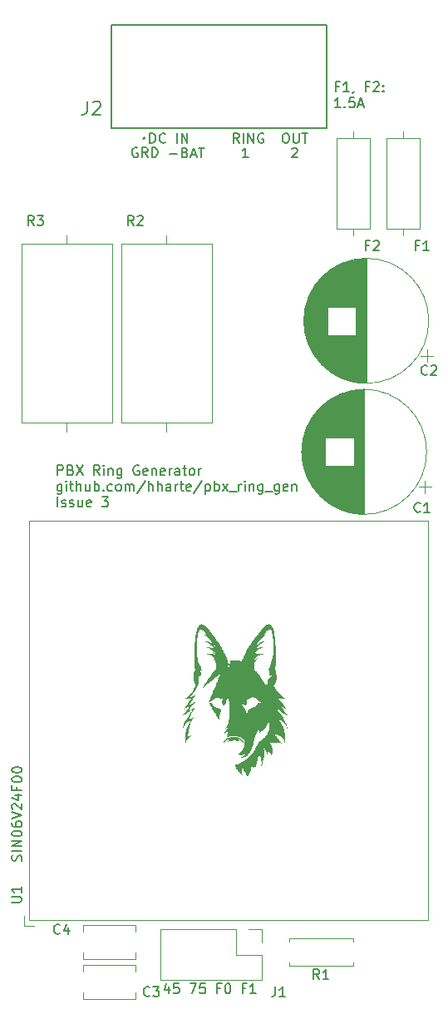
<source format=gbr>
G04 #@! TF.GenerationSoftware,KiCad,Pcbnew,8.0.1*
G04 #@! TF.CreationDate,2024-04-06T08:34:46-07:00*
G04 #@! TF.ProjectId,pbx_ring_gen,7062785f-7269-46e6-975f-67656e2e6b69,3*
G04 #@! TF.SameCoordinates,Original*
G04 #@! TF.FileFunction,Legend,Top*
G04 #@! TF.FilePolarity,Positive*
%FSLAX46Y46*%
G04 Gerber Fmt 4.6, Leading zero omitted, Abs format (unit mm)*
G04 Created by KiCad (PCBNEW 8.0.1) date 2024-04-06 08:34:46*
%MOMM*%
%LPD*%
G01*
G04 APERTURE LIST*
%ADD10C,0.150000*%
%ADD11C,0.120000*%
%ADD12C,0.000000*%
%ADD13C,0.127000*%
%ADD14C,0.200000*%
G04 APERTURE END LIST*
D10*
X155988207Y-55549819D02*
X155654874Y-55073628D01*
X155416779Y-55549819D02*
X155416779Y-54549819D01*
X155416779Y-54549819D02*
X155797731Y-54549819D01*
X155797731Y-54549819D02*
X155892969Y-54597438D01*
X155892969Y-54597438D02*
X155940588Y-54645057D01*
X155940588Y-54645057D02*
X155988207Y-54740295D01*
X155988207Y-54740295D02*
X155988207Y-54883152D01*
X155988207Y-54883152D02*
X155940588Y-54978390D01*
X155940588Y-54978390D02*
X155892969Y-55026009D01*
X155892969Y-55026009D02*
X155797731Y-55073628D01*
X155797731Y-55073628D02*
X155416779Y-55073628D01*
X156416779Y-55549819D02*
X156416779Y-54549819D01*
X156892969Y-55549819D02*
X156892969Y-54549819D01*
X156892969Y-54549819D02*
X157464397Y-55549819D01*
X157464397Y-55549819D02*
X157464397Y-54549819D01*
X158464397Y-54597438D02*
X158369159Y-54549819D01*
X158369159Y-54549819D02*
X158226302Y-54549819D01*
X158226302Y-54549819D02*
X158083445Y-54597438D01*
X158083445Y-54597438D02*
X157988207Y-54692676D01*
X157988207Y-54692676D02*
X157940588Y-54787914D01*
X157940588Y-54787914D02*
X157892969Y-54978390D01*
X157892969Y-54978390D02*
X157892969Y-55121247D01*
X157892969Y-55121247D02*
X157940588Y-55311723D01*
X157940588Y-55311723D02*
X157988207Y-55406961D01*
X157988207Y-55406961D02*
X158083445Y-55502200D01*
X158083445Y-55502200D02*
X158226302Y-55549819D01*
X158226302Y-55549819D02*
X158321540Y-55549819D01*
X158321540Y-55549819D02*
X158464397Y-55502200D01*
X158464397Y-55502200D02*
X158512016Y-55454580D01*
X158512016Y-55454580D02*
X158512016Y-55121247D01*
X158512016Y-55121247D02*
X158321540Y-55121247D01*
X160654874Y-54549819D02*
X160845350Y-54549819D01*
X160845350Y-54549819D02*
X160940588Y-54597438D01*
X160940588Y-54597438D02*
X161035826Y-54692676D01*
X161035826Y-54692676D02*
X161083445Y-54883152D01*
X161083445Y-54883152D02*
X161083445Y-55216485D01*
X161083445Y-55216485D02*
X161035826Y-55406961D01*
X161035826Y-55406961D02*
X160940588Y-55502200D01*
X160940588Y-55502200D02*
X160845350Y-55549819D01*
X160845350Y-55549819D02*
X160654874Y-55549819D01*
X160654874Y-55549819D02*
X160559636Y-55502200D01*
X160559636Y-55502200D02*
X160464398Y-55406961D01*
X160464398Y-55406961D02*
X160416779Y-55216485D01*
X160416779Y-55216485D02*
X160416779Y-54883152D01*
X160416779Y-54883152D02*
X160464398Y-54692676D01*
X160464398Y-54692676D02*
X160559636Y-54597438D01*
X160559636Y-54597438D02*
X160654874Y-54549819D01*
X161512017Y-54549819D02*
X161512017Y-55359342D01*
X161512017Y-55359342D02*
X161559636Y-55454580D01*
X161559636Y-55454580D02*
X161607255Y-55502200D01*
X161607255Y-55502200D02*
X161702493Y-55549819D01*
X161702493Y-55549819D02*
X161892969Y-55549819D01*
X161892969Y-55549819D02*
X161988207Y-55502200D01*
X161988207Y-55502200D02*
X162035826Y-55454580D01*
X162035826Y-55454580D02*
X162083445Y-55359342D01*
X162083445Y-55359342D02*
X162083445Y-54549819D01*
X162416779Y-54549819D02*
X162988207Y-54549819D01*
X162702493Y-55549819D02*
X162702493Y-54549819D01*
X137496779Y-89359931D02*
X137496779Y-88359931D01*
X137496779Y-88359931D02*
X137877731Y-88359931D01*
X137877731Y-88359931D02*
X137972969Y-88407550D01*
X137972969Y-88407550D02*
X138020588Y-88455169D01*
X138020588Y-88455169D02*
X138068207Y-88550407D01*
X138068207Y-88550407D02*
X138068207Y-88693264D01*
X138068207Y-88693264D02*
X138020588Y-88788502D01*
X138020588Y-88788502D02*
X137972969Y-88836121D01*
X137972969Y-88836121D02*
X137877731Y-88883740D01*
X137877731Y-88883740D02*
X137496779Y-88883740D01*
X138830112Y-88836121D02*
X138972969Y-88883740D01*
X138972969Y-88883740D02*
X139020588Y-88931359D01*
X139020588Y-88931359D02*
X139068207Y-89026597D01*
X139068207Y-89026597D02*
X139068207Y-89169454D01*
X139068207Y-89169454D02*
X139020588Y-89264692D01*
X139020588Y-89264692D02*
X138972969Y-89312312D01*
X138972969Y-89312312D02*
X138877731Y-89359931D01*
X138877731Y-89359931D02*
X138496779Y-89359931D01*
X138496779Y-89359931D02*
X138496779Y-88359931D01*
X138496779Y-88359931D02*
X138830112Y-88359931D01*
X138830112Y-88359931D02*
X138925350Y-88407550D01*
X138925350Y-88407550D02*
X138972969Y-88455169D01*
X138972969Y-88455169D02*
X139020588Y-88550407D01*
X139020588Y-88550407D02*
X139020588Y-88645645D01*
X139020588Y-88645645D02*
X138972969Y-88740883D01*
X138972969Y-88740883D02*
X138925350Y-88788502D01*
X138925350Y-88788502D02*
X138830112Y-88836121D01*
X138830112Y-88836121D02*
X138496779Y-88836121D01*
X139401541Y-88359931D02*
X140068207Y-89359931D01*
X140068207Y-88359931D02*
X139401541Y-89359931D01*
X141782493Y-89359931D02*
X141449160Y-88883740D01*
X141211065Y-89359931D02*
X141211065Y-88359931D01*
X141211065Y-88359931D02*
X141592017Y-88359931D01*
X141592017Y-88359931D02*
X141687255Y-88407550D01*
X141687255Y-88407550D02*
X141734874Y-88455169D01*
X141734874Y-88455169D02*
X141782493Y-88550407D01*
X141782493Y-88550407D02*
X141782493Y-88693264D01*
X141782493Y-88693264D02*
X141734874Y-88788502D01*
X141734874Y-88788502D02*
X141687255Y-88836121D01*
X141687255Y-88836121D02*
X141592017Y-88883740D01*
X141592017Y-88883740D02*
X141211065Y-88883740D01*
X142211065Y-89359931D02*
X142211065Y-88693264D01*
X142211065Y-88359931D02*
X142163446Y-88407550D01*
X142163446Y-88407550D02*
X142211065Y-88455169D01*
X142211065Y-88455169D02*
X142258684Y-88407550D01*
X142258684Y-88407550D02*
X142211065Y-88359931D01*
X142211065Y-88359931D02*
X142211065Y-88455169D01*
X142687255Y-88693264D02*
X142687255Y-89359931D01*
X142687255Y-88788502D02*
X142734874Y-88740883D01*
X142734874Y-88740883D02*
X142830112Y-88693264D01*
X142830112Y-88693264D02*
X142972969Y-88693264D01*
X142972969Y-88693264D02*
X143068207Y-88740883D01*
X143068207Y-88740883D02*
X143115826Y-88836121D01*
X143115826Y-88836121D02*
X143115826Y-89359931D01*
X144020588Y-88693264D02*
X144020588Y-89502788D01*
X144020588Y-89502788D02*
X143972969Y-89598026D01*
X143972969Y-89598026D02*
X143925350Y-89645645D01*
X143925350Y-89645645D02*
X143830112Y-89693264D01*
X143830112Y-89693264D02*
X143687255Y-89693264D01*
X143687255Y-89693264D02*
X143592017Y-89645645D01*
X144020588Y-89312312D02*
X143925350Y-89359931D01*
X143925350Y-89359931D02*
X143734874Y-89359931D01*
X143734874Y-89359931D02*
X143639636Y-89312312D01*
X143639636Y-89312312D02*
X143592017Y-89264692D01*
X143592017Y-89264692D02*
X143544398Y-89169454D01*
X143544398Y-89169454D02*
X143544398Y-88883740D01*
X143544398Y-88883740D02*
X143592017Y-88788502D01*
X143592017Y-88788502D02*
X143639636Y-88740883D01*
X143639636Y-88740883D02*
X143734874Y-88693264D01*
X143734874Y-88693264D02*
X143925350Y-88693264D01*
X143925350Y-88693264D02*
X144020588Y-88740883D01*
X145782493Y-88407550D02*
X145687255Y-88359931D01*
X145687255Y-88359931D02*
X145544398Y-88359931D01*
X145544398Y-88359931D02*
X145401541Y-88407550D01*
X145401541Y-88407550D02*
X145306303Y-88502788D01*
X145306303Y-88502788D02*
X145258684Y-88598026D01*
X145258684Y-88598026D02*
X145211065Y-88788502D01*
X145211065Y-88788502D02*
X145211065Y-88931359D01*
X145211065Y-88931359D02*
X145258684Y-89121835D01*
X145258684Y-89121835D02*
X145306303Y-89217073D01*
X145306303Y-89217073D02*
X145401541Y-89312312D01*
X145401541Y-89312312D02*
X145544398Y-89359931D01*
X145544398Y-89359931D02*
X145639636Y-89359931D01*
X145639636Y-89359931D02*
X145782493Y-89312312D01*
X145782493Y-89312312D02*
X145830112Y-89264692D01*
X145830112Y-89264692D02*
X145830112Y-88931359D01*
X145830112Y-88931359D02*
X145639636Y-88931359D01*
X146639636Y-89312312D02*
X146544398Y-89359931D01*
X146544398Y-89359931D02*
X146353922Y-89359931D01*
X146353922Y-89359931D02*
X146258684Y-89312312D01*
X146258684Y-89312312D02*
X146211065Y-89217073D01*
X146211065Y-89217073D02*
X146211065Y-88836121D01*
X146211065Y-88836121D02*
X146258684Y-88740883D01*
X146258684Y-88740883D02*
X146353922Y-88693264D01*
X146353922Y-88693264D02*
X146544398Y-88693264D01*
X146544398Y-88693264D02*
X146639636Y-88740883D01*
X146639636Y-88740883D02*
X146687255Y-88836121D01*
X146687255Y-88836121D02*
X146687255Y-88931359D01*
X146687255Y-88931359D02*
X146211065Y-89026597D01*
X147115827Y-88693264D02*
X147115827Y-89359931D01*
X147115827Y-88788502D02*
X147163446Y-88740883D01*
X147163446Y-88740883D02*
X147258684Y-88693264D01*
X147258684Y-88693264D02*
X147401541Y-88693264D01*
X147401541Y-88693264D02*
X147496779Y-88740883D01*
X147496779Y-88740883D02*
X147544398Y-88836121D01*
X147544398Y-88836121D02*
X147544398Y-89359931D01*
X148401541Y-89312312D02*
X148306303Y-89359931D01*
X148306303Y-89359931D02*
X148115827Y-89359931D01*
X148115827Y-89359931D02*
X148020589Y-89312312D01*
X148020589Y-89312312D02*
X147972970Y-89217073D01*
X147972970Y-89217073D02*
X147972970Y-88836121D01*
X147972970Y-88836121D02*
X148020589Y-88740883D01*
X148020589Y-88740883D02*
X148115827Y-88693264D01*
X148115827Y-88693264D02*
X148306303Y-88693264D01*
X148306303Y-88693264D02*
X148401541Y-88740883D01*
X148401541Y-88740883D02*
X148449160Y-88836121D01*
X148449160Y-88836121D02*
X148449160Y-88931359D01*
X148449160Y-88931359D02*
X147972970Y-89026597D01*
X148877732Y-89359931D02*
X148877732Y-88693264D01*
X148877732Y-88883740D02*
X148925351Y-88788502D01*
X148925351Y-88788502D02*
X148972970Y-88740883D01*
X148972970Y-88740883D02*
X149068208Y-88693264D01*
X149068208Y-88693264D02*
X149163446Y-88693264D01*
X149925351Y-89359931D02*
X149925351Y-88836121D01*
X149925351Y-88836121D02*
X149877732Y-88740883D01*
X149877732Y-88740883D02*
X149782494Y-88693264D01*
X149782494Y-88693264D02*
X149592018Y-88693264D01*
X149592018Y-88693264D02*
X149496780Y-88740883D01*
X149925351Y-89312312D02*
X149830113Y-89359931D01*
X149830113Y-89359931D02*
X149592018Y-89359931D01*
X149592018Y-89359931D02*
X149496780Y-89312312D01*
X149496780Y-89312312D02*
X149449161Y-89217073D01*
X149449161Y-89217073D02*
X149449161Y-89121835D01*
X149449161Y-89121835D02*
X149496780Y-89026597D01*
X149496780Y-89026597D02*
X149592018Y-88978978D01*
X149592018Y-88978978D02*
X149830113Y-88978978D01*
X149830113Y-88978978D02*
X149925351Y-88931359D01*
X150258685Y-88693264D02*
X150639637Y-88693264D01*
X150401542Y-88359931D02*
X150401542Y-89217073D01*
X150401542Y-89217073D02*
X150449161Y-89312312D01*
X150449161Y-89312312D02*
X150544399Y-89359931D01*
X150544399Y-89359931D02*
X150639637Y-89359931D01*
X151115828Y-89359931D02*
X151020590Y-89312312D01*
X151020590Y-89312312D02*
X150972971Y-89264692D01*
X150972971Y-89264692D02*
X150925352Y-89169454D01*
X150925352Y-89169454D02*
X150925352Y-88883740D01*
X150925352Y-88883740D02*
X150972971Y-88788502D01*
X150972971Y-88788502D02*
X151020590Y-88740883D01*
X151020590Y-88740883D02*
X151115828Y-88693264D01*
X151115828Y-88693264D02*
X151258685Y-88693264D01*
X151258685Y-88693264D02*
X151353923Y-88740883D01*
X151353923Y-88740883D02*
X151401542Y-88788502D01*
X151401542Y-88788502D02*
X151449161Y-88883740D01*
X151449161Y-88883740D02*
X151449161Y-89169454D01*
X151449161Y-89169454D02*
X151401542Y-89264692D01*
X151401542Y-89264692D02*
X151353923Y-89312312D01*
X151353923Y-89312312D02*
X151258685Y-89359931D01*
X151258685Y-89359931D02*
X151115828Y-89359931D01*
X151877733Y-89359931D02*
X151877733Y-88693264D01*
X151877733Y-88883740D02*
X151925352Y-88788502D01*
X151925352Y-88788502D02*
X151972971Y-88740883D01*
X151972971Y-88740883D02*
X152068209Y-88693264D01*
X152068209Y-88693264D02*
X152163447Y-88693264D01*
X137925350Y-90303208D02*
X137925350Y-91112732D01*
X137925350Y-91112732D02*
X137877731Y-91207970D01*
X137877731Y-91207970D02*
X137830112Y-91255589D01*
X137830112Y-91255589D02*
X137734874Y-91303208D01*
X137734874Y-91303208D02*
X137592017Y-91303208D01*
X137592017Y-91303208D02*
X137496779Y-91255589D01*
X137925350Y-90922256D02*
X137830112Y-90969875D01*
X137830112Y-90969875D02*
X137639636Y-90969875D01*
X137639636Y-90969875D02*
X137544398Y-90922256D01*
X137544398Y-90922256D02*
X137496779Y-90874636D01*
X137496779Y-90874636D02*
X137449160Y-90779398D01*
X137449160Y-90779398D02*
X137449160Y-90493684D01*
X137449160Y-90493684D02*
X137496779Y-90398446D01*
X137496779Y-90398446D02*
X137544398Y-90350827D01*
X137544398Y-90350827D02*
X137639636Y-90303208D01*
X137639636Y-90303208D02*
X137830112Y-90303208D01*
X137830112Y-90303208D02*
X137925350Y-90350827D01*
X138401541Y-90969875D02*
X138401541Y-90303208D01*
X138401541Y-89969875D02*
X138353922Y-90017494D01*
X138353922Y-90017494D02*
X138401541Y-90065113D01*
X138401541Y-90065113D02*
X138449160Y-90017494D01*
X138449160Y-90017494D02*
X138401541Y-89969875D01*
X138401541Y-89969875D02*
X138401541Y-90065113D01*
X138734874Y-90303208D02*
X139115826Y-90303208D01*
X138877731Y-89969875D02*
X138877731Y-90827017D01*
X138877731Y-90827017D02*
X138925350Y-90922256D01*
X138925350Y-90922256D02*
X139020588Y-90969875D01*
X139020588Y-90969875D02*
X139115826Y-90969875D01*
X139449160Y-90969875D02*
X139449160Y-89969875D01*
X139877731Y-90969875D02*
X139877731Y-90446065D01*
X139877731Y-90446065D02*
X139830112Y-90350827D01*
X139830112Y-90350827D02*
X139734874Y-90303208D01*
X139734874Y-90303208D02*
X139592017Y-90303208D01*
X139592017Y-90303208D02*
X139496779Y-90350827D01*
X139496779Y-90350827D02*
X139449160Y-90398446D01*
X140782493Y-90303208D02*
X140782493Y-90969875D01*
X140353922Y-90303208D02*
X140353922Y-90827017D01*
X140353922Y-90827017D02*
X140401541Y-90922256D01*
X140401541Y-90922256D02*
X140496779Y-90969875D01*
X140496779Y-90969875D02*
X140639636Y-90969875D01*
X140639636Y-90969875D02*
X140734874Y-90922256D01*
X140734874Y-90922256D02*
X140782493Y-90874636D01*
X141258684Y-90969875D02*
X141258684Y-89969875D01*
X141258684Y-90350827D02*
X141353922Y-90303208D01*
X141353922Y-90303208D02*
X141544398Y-90303208D01*
X141544398Y-90303208D02*
X141639636Y-90350827D01*
X141639636Y-90350827D02*
X141687255Y-90398446D01*
X141687255Y-90398446D02*
X141734874Y-90493684D01*
X141734874Y-90493684D02*
X141734874Y-90779398D01*
X141734874Y-90779398D02*
X141687255Y-90874636D01*
X141687255Y-90874636D02*
X141639636Y-90922256D01*
X141639636Y-90922256D02*
X141544398Y-90969875D01*
X141544398Y-90969875D02*
X141353922Y-90969875D01*
X141353922Y-90969875D02*
X141258684Y-90922256D01*
X142163446Y-90874636D02*
X142211065Y-90922256D01*
X142211065Y-90922256D02*
X142163446Y-90969875D01*
X142163446Y-90969875D02*
X142115827Y-90922256D01*
X142115827Y-90922256D02*
X142163446Y-90874636D01*
X142163446Y-90874636D02*
X142163446Y-90969875D01*
X143068207Y-90922256D02*
X142972969Y-90969875D01*
X142972969Y-90969875D02*
X142782493Y-90969875D01*
X142782493Y-90969875D02*
X142687255Y-90922256D01*
X142687255Y-90922256D02*
X142639636Y-90874636D01*
X142639636Y-90874636D02*
X142592017Y-90779398D01*
X142592017Y-90779398D02*
X142592017Y-90493684D01*
X142592017Y-90493684D02*
X142639636Y-90398446D01*
X142639636Y-90398446D02*
X142687255Y-90350827D01*
X142687255Y-90350827D02*
X142782493Y-90303208D01*
X142782493Y-90303208D02*
X142972969Y-90303208D01*
X142972969Y-90303208D02*
X143068207Y-90350827D01*
X143639636Y-90969875D02*
X143544398Y-90922256D01*
X143544398Y-90922256D02*
X143496779Y-90874636D01*
X143496779Y-90874636D02*
X143449160Y-90779398D01*
X143449160Y-90779398D02*
X143449160Y-90493684D01*
X143449160Y-90493684D02*
X143496779Y-90398446D01*
X143496779Y-90398446D02*
X143544398Y-90350827D01*
X143544398Y-90350827D02*
X143639636Y-90303208D01*
X143639636Y-90303208D02*
X143782493Y-90303208D01*
X143782493Y-90303208D02*
X143877731Y-90350827D01*
X143877731Y-90350827D02*
X143925350Y-90398446D01*
X143925350Y-90398446D02*
X143972969Y-90493684D01*
X143972969Y-90493684D02*
X143972969Y-90779398D01*
X143972969Y-90779398D02*
X143925350Y-90874636D01*
X143925350Y-90874636D02*
X143877731Y-90922256D01*
X143877731Y-90922256D02*
X143782493Y-90969875D01*
X143782493Y-90969875D02*
X143639636Y-90969875D01*
X144401541Y-90969875D02*
X144401541Y-90303208D01*
X144401541Y-90398446D02*
X144449160Y-90350827D01*
X144449160Y-90350827D02*
X144544398Y-90303208D01*
X144544398Y-90303208D02*
X144687255Y-90303208D01*
X144687255Y-90303208D02*
X144782493Y-90350827D01*
X144782493Y-90350827D02*
X144830112Y-90446065D01*
X144830112Y-90446065D02*
X144830112Y-90969875D01*
X144830112Y-90446065D02*
X144877731Y-90350827D01*
X144877731Y-90350827D02*
X144972969Y-90303208D01*
X144972969Y-90303208D02*
X145115826Y-90303208D01*
X145115826Y-90303208D02*
X145211065Y-90350827D01*
X145211065Y-90350827D02*
X145258684Y-90446065D01*
X145258684Y-90446065D02*
X145258684Y-90969875D01*
X146449159Y-89922256D02*
X145592017Y-91207970D01*
X146782493Y-90969875D02*
X146782493Y-89969875D01*
X147211064Y-90969875D02*
X147211064Y-90446065D01*
X147211064Y-90446065D02*
X147163445Y-90350827D01*
X147163445Y-90350827D02*
X147068207Y-90303208D01*
X147068207Y-90303208D02*
X146925350Y-90303208D01*
X146925350Y-90303208D02*
X146830112Y-90350827D01*
X146830112Y-90350827D02*
X146782493Y-90398446D01*
X147687255Y-90969875D02*
X147687255Y-89969875D01*
X148115826Y-90969875D02*
X148115826Y-90446065D01*
X148115826Y-90446065D02*
X148068207Y-90350827D01*
X148068207Y-90350827D02*
X147972969Y-90303208D01*
X147972969Y-90303208D02*
X147830112Y-90303208D01*
X147830112Y-90303208D02*
X147734874Y-90350827D01*
X147734874Y-90350827D02*
X147687255Y-90398446D01*
X149020588Y-90969875D02*
X149020588Y-90446065D01*
X149020588Y-90446065D02*
X148972969Y-90350827D01*
X148972969Y-90350827D02*
X148877731Y-90303208D01*
X148877731Y-90303208D02*
X148687255Y-90303208D01*
X148687255Y-90303208D02*
X148592017Y-90350827D01*
X149020588Y-90922256D02*
X148925350Y-90969875D01*
X148925350Y-90969875D02*
X148687255Y-90969875D01*
X148687255Y-90969875D02*
X148592017Y-90922256D01*
X148592017Y-90922256D02*
X148544398Y-90827017D01*
X148544398Y-90827017D02*
X148544398Y-90731779D01*
X148544398Y-90731779D02*
X148592017Y-90636541D01*
X148592017Y-90636541D02*
X148687255Y-90588922D01*
X148687255Y-90588922D02*
X148925350Y-90588922D01*
X148925350Y-90588922D02*
X149020588Y-90541303D01*
X149496779Y-90969875D02*
X149496779Y-90303208D01*
X149496779Y-90493684D02*
X149544398Y-90398446D01*
X149544398Y-90398446D02*
X149592017Y-90350827D01*
X149592017Y-90350827D02*
X149687255Y-90303208D01*
X149687255Y-90303208D02*
X149782493Y-90303208D01*
X149972970Y-90303208D02*
X150353922Y-90303208D01*
X150115827Y-89969875D02*
X150115827Y-90827017D01*
X150115827Y-90827017D02*
X150163446Y-90922256D01*
X150163446Y-90922256D02*
X150258684Y-90969875D01*
X150258684Y-90969875D02*
X150353922Y-90969875D01*
X151068208Y-90922256D02*
X150972970Y-90969875D01*
X150972970Y-90969875D02*
X150782494Y-90969875D01*
X150782494Y-90969875D02*
X150687256Y-90922256D01*
X150687256Y-90922256D02*
X150639637Y-90827017D01*
X150639637Y-90827017D02*
X150639637Y-90446065D01*
X150639637Y-90446065D02*
X150687256Y-90350827D01*
X150687256Y-90350827D02*
X150782494Y-90303208D01*
X150782494Y-90303208D02*
X150972970Y-90303208D01*
X150972970Y-90303208D02*
X151068208Y-90350827D01*
X151068208Y-90350827D02*
X151115827Y-90446065D01*
X151115827Y-90446065D02*
X151115827Y-90541303D01*
X151115827Y-90541303D02*
X150639637Y-90636541D01*
X152258684Y-89922256D02*
X151401542Y-91207970D01*
X152592018Y-90303208D02*
X152592018Y-91303208D01*
X152592018Y-90350827D02*
X152687256Y-90303208D01*
X152687256Y-90303208D02*
X152877732Y-90303208D01*
X152877732Y-90303208D02*
X152972970Y-90350827D01*
X152972970Y-90350827D02*
X153020589Y-90398446D01*
X153020589Y-90398446D02*
X153068208Y-90493684D01*
X153068208Y-90493684D02*
X153068208Y-90779398D01*
X153068208Y-90779398D02*
X153020589Y-90874636D01*
X153020589Y-90874636D02*
X152972970Y-90922256D01*
X152972970Y-90922256D02*
X152877732Y-90969875D01*
X152877732Y-90969875D02*
X152687256Y-90969875D01*
X152687256Y-90969875D02*
X152592018Y-90922256D01*
X153496780Y-90969875D02*
X153496780Y-89969875D01*
X153496780Y-90350827D02*
X153592018Y-90303208D01*
X153592018Y-90303208D02*
X153782494Y-90303208D01*
X153782494Y-90303208D02*
X153877732Y-90350827D01*
X153877732Y-90350827D02*
X153925351Y-90398446D01*
X153925351Y-90398446D02*
X153972970Y-90493684D01*
X153972970Y-90493684D02*
X153972970Y-90779398D01*
X153972970Y-90779398D02*
X153925351Y-90874636D01*
X153925351Y-90874636D02*
X153877732Y-90922256D01*
X153877732Y-90922256D02*
X153782494Y-90969875D01*
X153782494Y-90969875D02*
X153592018Y-90969875D01*
X153592018Y-90969875D02*
X153496780Y-90922256D01*
X154306304Y-90969875D02*
X154830113Y-90303208D01*
X154306304Y-90303208D02*
X154830113Y-90969875D01*
X154972971Y-91065113D02*
X155734875Y-91065113D01*
X155972971Y-90969875D02*
X155972971Y-90303208D01*
X155972971Y-90493684D02*
X156020590Y-90398446D01*
X156020590Y-90398446D02*
X156068209Y-90350827D01*
X156068209Y-90350827D02*
X156163447Y-90303208D01*
X156163447Y-90303208D02*
X156258685Y-90303208D01*
X156592019Y-90969875D02*
X156592019Y-90303208D01*
X156592019Y-89969875D02*
X156544400Y-90017494D01*
X156544400Y-90017494D02*
X156592019Y-90065113D01*
X156592019Y-90065113D02*
X156639638Y-90017494D01*
X156639638Y-90017494D02*
X156592019Y-89969875D01*
X156592019Y-89969875D02*
X156592019Y-90065113D01*
X157068209Y-90303208D02*
X157068209Y-90969875D01*
X157068209Y-90398446D02*
X157115828Y-90350827D01*
X157115828Y-90350827D02*
X157211066Y-90303208D01*
X157211066Y-90303208D02*
X157353923Y-90303208D01*
X157353923Y-90303208D02*
X157449161Y-90350827D01*
X157449161Y-90350827D02*
X157496780Y-90446065D01*
X157496780Y-90446065D02*
X157496780Y-90969875D01*
X158401542Y-90303208D02*
X158401542Y-91112732D01*
X158401542Y-91112732D02*
X158353923Y-91207970D01*
X158353923Y-91207970D02*
X158306304Y-91255589D01*
X158306304Y-91255589D02*
X158211066Y-91303208D01*
X158211066Y-91303208D02*
X158068209Y-91303208D01*
X158068209Y-91303208D02*
X157972971Y-91255589D01*
X158401542Y-90922256D02*
X158306304Y-90969875D01*
X158306304Y-90969875D02*
X158115828Y-90969875D01*
X158115828Y-90969875D02*
X158020590Y-90922256D01*
X158020590Y-90922256D02*
X157972971Y-90874636D01*
X157972971Y-90874636D02*
X157925352Y-90779398D01*
X157925352Y-90779398D02*
X157925352Y-90493684D01*
X157925352Y-90493684D02*
X157972971Y-90398446D01*
X157972971Y-90398446D02*
X158020590Y-90350827D01*
X158020590Y-90350827D02*
X158115828Y-90303208D01*
X158115828Y-90303208D02*
X158306304Y-90303208D01*
X158306304Y-90303208D02*
X158401542Y-90350827D01*
X158639638Y-91065113D02*
X159401542Y-91065113D01*
X160068209Y-90303208D02*
X160068209Y-91112732D01*
X160068209Y-91112732D02*
X160020590Y-91207970D01*
X160020590Y-91207970D02*
X159972971Y-91255589D01*
X159972971Y-91255589D02*
X159877733Y-91303208D01*
X159877733Y-91303208D02*
X159734876Y-91303208D01*
X159734876Y-91303208D02*
X159639638Y-91255589D01*
X160068209Y-90922256D02*
X159972971Y-90969875D01*
X159972971Y-90969875D02*
X159782495Y-90969875D01*
X159782495Y-90969875D02*
X159687257Y-90922256D01*
X159687257Y-90922256D02*
X159639638Y-90874636D01*
X159639638Y-90874636D02*
X159592019Y-90779398D01*
X159592019Y-90779398D02*
X159592019Y-90493684D01*
X159592019Y-90493684D02*
X159639638Y-90398446D01*
X159639638Y-90398446D02*
X159687257Y-90350827D01*
X159687257Y-90350827D02*
X159782495Y-90303208D01*
X159782495Y-90303208D02*
X159972971Y-90303208D01*
X159972971Y-90303208D02*
X160068209Y-90350827D01*
X160925352Y-90922256D02*
X160830114Y-90969875D01*
X160830114Y-90969875D02*
X160639638Y-90969875D01*
X160639638Y-90969875D02*
X160544400Y-90922256D01*
X160544400Y-90922256D02*
X160496781Y-90827017D01*
X160496781Y-90827017D02*
X160496781Y-90446065D01*
X160496781Y-90446065D02*
X160544400Y-90350827D01*
X160544400Y-90350827D02*
X160639638Y-90303208D01*
X160639638Y-90303208D02*
X160830114Y-90303208D01*
X160830114Y-90303208D02*
X160925352Y-90350827D01*
X160925352Y-90350827D02*
X160972971Y-90446065D01*
X160972971Y-90446065D02*
X160972971Y-90541303D01*
X160972971Y-90541303D02*
X160496781Y-90636541D01*
X161401543Y-90303208D02*
X161401543Y-90969875D01*
X161401543Y-90398446D02*
X161449162Y-90350827D01*
X161449162Y-90350827D02*
X161544400Y-90303208D01*
X161544400Y-90303208D02*
X161687257Y-90303208D01*
X161687257Y-90303208D02*
X161782495Y-90350827D01*
X161782495Y-90350827D02*
X161830114Y-90446065D01*
X161830114Y-90446065D02*
X161830114Y-90969875D01*
X137496779Y-92579819D02*
X137496779Y-91579819D01*
X137925350Y-92532200D02*
X138020588Y-92579819D01*
X138020588Y-92579819D02*
X138211064Y-92579819D01*
X138211064Y-92579819D02*
X138306302Y-92532200D01*
X138306302Y-92532200D02*
X138353921Y-92436961D01*
X138353921Y-92436961D02*
X138353921Y-92389342D01*
X138353921Y-92389342D02*
X138306302Y-92294104D01*
X138306302Y-92294104D02*
X138211064Y-92246485D01*
X138211064Y-92246485D02*
X138068207Y-92246485D01*
X138068207Y-92246485D02*
X137972969Y-92198866D01*
X137972969Y-92198866D02*
X137925350Y-92103628D01*
X137925350Y-92103628D02*
X137925350Y-92056009D01*
X137925350Y-92056009D02*
X137972969Y-91960771D01*
X137972969Y-91960771D02*
X138068207Y-91913152D01*
X138068207Y-91913152D02*
X138211064Y-91913152D01*
X138211064Y-91913152D02*
X138306302Y-91960771D01*
X138734874Y-92532200D02*
X138830112Y-92579819D01*
X138830112Y-92579819D02*
X139020588Y-92579819D01*
X139020588Y-92579819D02*
X139115826Y-92532200D01*
X139115826Y-92532200D02*
X139163445Y-92436961D01*
X139163445Y-92436961D02*
X139163445Y-92389342D01*
X139163445Y-92389342D02*
X139115826Y-92294104D01*
X139115826Y-92294104D02*
X139020588Y-92246485D01*
X139020588Y-92246485D02*
X138877731Y-92246485D01*
X138877731Y-92246485D02*
X138782493Y-92198866D01*
X138782493Y-92198866D02*
X138734874Y-92103628D01*
X138734874Y-92103628D02*
X138734874Y-92056009D01*
X138734874Y-92056009D02*
X138782493Y-91960771D01*
X138782493Y-91960771D02*
X138877731Y-91913152D01*
X138877731Y-91913152D02*
X139020588Y-91913152D01*
X139020588Y-91913152D02*
X139115826Y-91960771D01*
X140020588Y-91913152D02*
X140020588Y-92579819D01*
X139592017Y-91913152D02*
X139592017Y-92436961D01*
X139592017Y-92436961D02*
X139639636Y-92532200D01*
X139639636Y-92532200D02*
X139734874Y-92579819D01*
X139734874Y-92579819D02*
X139877731Y-92579819D01*
X139877731Y-92579819D02*
X139972969Y-92532200D01*
X139972969Y-92532200D02*
X140020588Y-92484580D01*
X140877731Y-92532200D02*
X140782493Y-92579819D01*
X140782493Y-92579819D02*
X140592017Y-92579819D01*
X140592017Y-92579819D02*
X140496779Y-92532200D01*
X140496779Y-92532200D02*
X140449160Y-92436961D01*
X140449160Y-92436961D02*
X140449160Y-92056009D01*
X140449160Y-92056009D02*
X140496779Y-91960771D01*
X140496779Y-91960771D02*
X140592017Y-91913152D01*
X140592017Y-91913152D02*
X140782493Y-91913152D01*
X140782493Y-91913152D02*
X140877731Y-91960771D01*
X140877731Y-91960771D02*
X140925350Y-92056009D01*
X140925350Y-92056009D02*
X140925350Y-92151247D01*
X140925350Y-92151247D02*
X140449160Y-92246485D01*
X142020589Y-91579819D02*
X142639636Y-91579819D01*
X142639636Y-91579819D02*
X142306303Y-91960771D01*
X142306303Y-91960771D02*
X142449160Y-91960771D01*
X142449160Y-91960771D02*
X142544398Y-92008390D01*
X142544398Y-92008390D02*
X142592017Y-92056009D01*
X142592017Y-92056009D02*
X142639636Y-92151247D01*
X142639636Y-92151247D02*
X142639636Y-92389342D01*
X142639636Y-92389342D02*
X142592017Y-92484580D01*
X142592017Y-92484580D02*
X142544398Y-92532200D01*
X142544398Y-92532200D02*
X142449160Y-92579819D01*
X142449160Y-92579819D02*
X142163446Y-92579819D01*
X142163446Y-92579819D02*
X142068208Y-92532200D01*
X142068208Y-92532200D02*
X142020589Y-92484580D01*
X156940588Y-57049819D02*
X156369160Y-57049819D01*
X156654874Y-57049819D02*
X156654874Y-56049819D01*
X156654874Y-56049819D02*
X156559636Y-56192676D01*
X156559636Y-56192676D02*
X156464398Y-56287914D01*
X156464398Y-56287914D02*
X156369160Y-56335533D01*
X148847350Y-141443152D02*
X148847350Y-142109819D01*
X148609255Y-141062200D02*
X148371160Y-141776485D01*
X148371160Y-141776485D02*
X148990207Y-141776485D01*
X149847350Y-141109819D02*
X149371160Y-141109819D01*
X149371160Y-141109819D02*
X149323541Y-141586009D01*
X149323541Y-141586009D02*
X149371160Y-141538390D01*
X149371160Y-141538390D02*
X149466398Y-141490771D01*
X149466398Y-141490771D02*
X149704493Y-141490771D01*
X149704493Y-141490771D02*
X149799731Y-141538390D01*
X149799731Y-141538390D02*
X149847350Y-141586009D01*
X149847350Y-141586009D02*
X149894969Y-141681247D01*
X149894969Y-141681247D02*
X149894969Y-141919342D01*
X149894969Y-141919342D02*
X149847350Y-142014580D01*
X149847350Y-142014580D02*
X149799731Y-142062200D01*
X149799731Y-142062200D02*
X149704493Y-142109819D01*
X149704493Y-142109819D02*
X149466398Y-142109819D01*
X149466398Y-142109819D02*
X149371160Y-142062200D01*
X149371160Y-142062200D02*
X149323541Y-142014580D01*
X150990208Y-141109819D02*
X151656874Y-141109819D01*
X151656874Y-141109819D02*
X151228303Y-142109819D01*
X152514017Y-141109819D02*
X152037827Y-141109819D01*
X152037827Y-141109819D02*
X151990208Y-141586009D01*
X151990208Y-141586009D02*
X152037827Y-141538390D01*
X152037827Y-141538390D02*
X152133065Y-141490771D01*
X152133065Y-141490771D02*
X152371160Y-141490771D01*
X152371160Y-141490771D02*
X152466398Y-141538390D01*
X152466398Y-141538390D02*
X152514017Y-141586009D01*
X152514017Y-141586009D02*
X152561636Y-141681247D01*
X152561636Y-141681247D02*
X152561636Y-141919342D01*
X152561636Y-141919342D02*
X152514017Y-142014580D01*
X152514017Y-142014580D02*
X152466398Y-142062200D01*
X152466398Y-142062200D02*
X152371160Y-142109819D01*
X152371160Y-142109819D02*
X152133065Y-142109819D01*
X152133065Y-142109819D02*
X152037827Y-142062200D01*
X152037827Y-142062200D02*
X151990208Y-142014580D01*
X154085446Y-141586009D02*
X153752113Y-141586009D01*
X153752113Y-142109819D02*
X153752113Y-141109819D01*
X153752113Y-141109819D02*
X154228303Y-141109819D01*
X154799732Y-141109819D02*
X154894970Y-141109819D01*
X154894970Y-141109819D02*
X154990208Y-141157438D01*
X154990208Y-141157438D02*
X155037827Y-141205057D01*
X155037827Y-141205057D02*
X155085446Y-141300295D01*
X155085446Y-141300295D02*
X155133065Y-141490771D01*
X155133065Y-141490771D02*
X155133065Y-141728866D01*
X155133065Y-141728866D02*
X155085446Y-141919342D01*
X155085446Y-141919342D02*
X155037827Y-142014580D01*
X155037827Y-142014580D02*
X154990208Y-142062200D01*
X154990208Y-142062200D02*
X154894970Y-142109819D01*
X154894970Y-142109819D02*
X154799732Y-142109819D01*
X154799732Y-142109819D02*
X154704494Y-142062200D01*
X154704494Y-142062200D02*
X154656875Y-142014580D01*
X154656875Y-142014580D02*
X154609256Y-141919342D01*
X154609256Y-141919342D02*
X154561637Y-141728866D01*
X154561637Y-141728866D02*
X154561637Y-141490771D01*
X154561637Y-141490771D02*
X154609256Y-141300295D01*
X154609256Y-141300295D02*
X154656875Y-141205057D01*
X154656875Y-141205057D02*
X154704494Y-141157438D01*
X154704494Y-141157438D02*
X154799732Y-141109819D01*
X156656875Y-141586009D02*
X156323542Y-141586009D01*
X156323542Y-142109819D02*
X156323542Y-141109819D01*
X156323542Y-141109819D02*
X156799732Y-141109819D01*
X157704494Y-142109819D02*
X157133066Y-142109819D01*
X157418780Y-142109819D02*
X157418780Y-141109819D01*
X157418780Y-141109819D02*
X157323542Y-141252676D01*
X157323542Y-141252676D02*
X157228304Y-141347914D01*
X157228304Y-141347914D02*
X157133066Y-141395533D01*
X161369160Y-56145057D02*
X161416779Y-56097438D01*
X161416779Y-56097438D02*
X161512017Y-56049819D01*
X161512017Y-56049819D02*
X161750112Y-56049819D01*
X161750112Y-56049819D02*
X161845350Y-56097438D01*
X161845350Y-56097438D02*
X161892969Y-56145057D01*
X161892969Y-56145057D02*
X161940588Y-56240295D01*
X161940588Y-56240295D02*
X161940588Y-56335533D01*
X161940588Y-56335533D02*
X161892969Y-56478390D01*
X161892969Y-56478390D02*
X161321541Y-57049819D01*
X161321541Y-57049819D02*
X161940588Y-57049819D01*
X145640588Y-56067438D02*
X145545350Y-56019819D01*
X145545350Y-56019819D02*
X145402493Y-56019819D01*
X145402493Y-56019819D02*
X145259636Y-56067438D01*
X145259636Y-56067438D02*
X145164398Y-56162676D01*
X145164398Y-56162676D02*
X145116779Y-56257914D01*
X145116779Y-56257914D02*
X145069160Y-56448390D01*
X145069160Y-56448390D02*
X145069160Y-56591247D01*
X145069160Y-56591247D02*
X145116779Y-56781723D01*
X145116779Y-56781723D02*
X145164398Y-56876961D01*
X145164398Y-56876961D02*
X145259636Y-56972200D01*
X145259636Y-56972200D02*
X145402493Y-57019819D01*
X145402493Y-57019819D02*
X145497731Y-57019819D01*
X145497731Y-57019819D02*
X145640588Y-56972200D01*
X145640588Y-56972200D02*
X145688207Y-56924580D01*
X145688207Y-56924580D02*
X145688207Y-56591247D01*
X145688207Y-56591247D02*
X145497731Y-56591247D01*
X146688207Y-57019819D02*
X146354874Y-56543628D01*
X146116779Y-57019819D02*
X146116779Y-56019819D01*
X146116779Y-56019819D02*
X146497731Y-56019819D01*
X146497731Y-56019819D02*
X146592969Y-56067438D01*
X146592969Y-56067438D02*
X146640588Y-56115057D01*
X146640588Y-56115057D02*
X146688207Y-56210295D01*
X146688207Y-56210295D02*
X146688207Y-56353152D01*
X146688207Y-56353152D02*
X146640588Y-56448390D01*
X146640588Y-56448390D02*
X146592969Y-56496009D01*
X146592969Y-56496009D02*
X146497731Y-56543628D01*
X146497731Y-56543628D02*
X146116779Y-56543628D01*
X147116779Y-57019819D02*
X147116779Y-56019819D01*
X147116779Y-56019819D02*
X147354874Y-56019819D01*
X147354874Y-56019819D02*
X147497731Y-56067438D01*
X147497731Y-56067438D02*
X147592969Y-56162676D01*
X147592969Y-56162676D02*
X147640588Y-56257914D01*
X147640588Y-56257914D02*
X147688207Y-56448390D01*
X147688207Y-56448390D02*
X147688207Y-56591247D01*
X147688207Y-56591247D02*
X147640588Y-56781723D01*
X147640588Y-56781723D02*
X147592969Y-56876961D01*
X147592969Y-56876961D02*
X147497731Y-56972200D01*
X147497731Y-56972200D02*
X147354874Y-57019819D01*
X147354874Y-57019819D02*
X147116779Y-57019819D01*
X166151112Y-49806065D02*
X165817779Y-49806065D01*
X165817779Y-50329875D02*
X165817779Y-49329875D01*
X165817779Y-49329875D02*
X166293969Y-49329875D01*
X167198731Y-50329875D02*
X166627303Y-50329875D01*
X166913017Y-50329875D02*
X166913017Y-49329875D01*
X166913017Y-49329875D02*
X166817779Y-49472732D01*
X166817779Y-49472732D02*
X166722541Y-49567970D01*
X166722541Y-49567970D02*
X166627303Y-49615589D01*
X167674922Y-50282256D02*
X167674922Y-50329875D01*
X167674922Y-50329875D02*
X167627303Y-50425113D01*
X167627303Y-50425113D02*
X167579684Y-50472732D01*
X169198731Y-49806065D02*
X168865398Y-49806065D01*
X168865398Y-50329875D02*
X168865398Y-49329875D01*
X168865398Y-49329875D02*
X169341588Y-49329875D01*
X169674922Y-49425113D02*
X169722541Y-49377494D01*
X169722541Y-49377494D02*
X169817779Y-49329875D01*
X169817779Y-49329875D02*
X170055874Y-49329875D01*
X170055874Y-49329875D02*
X170151112Y-49377494D01*
X170151112Y-49377494D02*
X170198731Y-49425113D01*
X170198731Y-49425113D02*
X170246350Y-49520351D01*
X170246350Y-49520351D02*
X170246350Y-49615589D01*
X170246350Y-49615589D02*
X170198731Y-49758446D01*
X170198731Y-49758446D02*
X169627303Y-50329875D01*
X169627303Y-50329875D02*
X170246350Y-50329875D01*
X170674922Y-50234636D02*
X170722541Y-50282256D01*
X170722541Y-50282256D02*
X170674922Y-50329875D01*
X170674922Y-50329875D02*
X170627303Y-50282256D01*
X170627303Y-50282256D02*
X170674922Y-50234636D01*
X170674922Y-50234636D02*
X170674922Y-50329875D01*
X170674922Y-49710827D02*
X170722541Y-49758446D01*
X170722541Y-49758446D02*
X170674922Y-49806065D01*
X170674922Y-49806065D02*
X170627303Y-49758446D01*
X170627303Y-49758446D02*
X170674922Y-49710827D01*
X170674922Y-49710827D02*
X170674922Y-49806065D01*
X166341588Y-51939819D02*
X165770160Y-51939819D01*
X166055874Y-51939819D02*
X166055874Y-50939819D01*
X166055874Y-50939819D02*
X165960636Y-51082676D01*
X165960636Y-51082676D02*
X165865398Y-51177914D01*
X165865398Y-51177914D02*
X165770160Y-51225533D01*
X166770160Y-51844580D02*
X166817779Y-51892200D01*
X166817779Y-51892200D02*
X166770160Y-51939819D01*
X166770160Y-51939819D02*
X166722541Y-51892200D01*
X166722541Y-51892200D02*
X166770160Y-51844580D01*
X166770160Y-51844580D02*
X166770160Y-51939819D01*
X167722540Y-50939819D02*
X167246350Y-50939819D01*
X167246350Y-50939819D02*
X167198731Y-51416009D01*
X167198731Y-51416009D02*
X167246350Y-51368390D01*
X167246350Y-51368390D02*
X167341588Y-51320771D01*
X167341588Y-51320771D02*
X167579683Y-51320771D01*
X167579683Y-51320771D02*
X167674921Y-51368390D01*
X167674921Y-51368390D02*
X167722540Y-51416009D01*
X167722540Y-51416009D02*
X167770159Y-51511247D01*
X167770159Y-51511247D02*
X167770159Y-51749342D01*
X167770159Y-51749342D02*
X167722540Y-51844580D01*
X167722540Y-51844580D02*
X167674921Y-51892200D01*
X167674921Y-51892200D02*
X167579683Y-51939819D01*
X167579683Y-51939819D02*
X167341588Y-51939819D01*
X167341588Y-51939819D02*
X167246350Y-51892200D01*
X167246350Y-51892200D02*
X167198731Y-51844580D01*
X168151112Y-51654104D02*
X168627302Y-51654104D01*
X168055874Y-51939819D02*
X168389207Y-50939819D01*
X168389207Y-50939819D02*
X168722540Y-51939819D01*
X148916779Y-56668866D02*
X149678684Y-56668866D01*
X150488207Y-56526009D02*
X150631064Y-56573628D01*
X150631064Y-56573628D02*
X150678683Y-56621247D01*
X150678683Y-56621247D02*
X150726302Y-56716485D01*
X150726302Y-56716485D02*
X150726302Y-56859342D01*
X150726302Y-56859342D02*
X150678683Y-56954580D01*
X150678683Y-56954580D02*
X150631064Y-57002200D01*
X150631064Y-57002200D02*
X150535826Y-57049819D01*
X150535826Y-57049819D02*
X150154874Y-57049819D01*
X150154874Y-57049819D02*
X150154874Y-56049819D01*
X150154874Y-56049819D02*
X150488207Y-56049819D01*
X150488207Y-56049819D02*
X150583445Y-56097438D01*
X150583445Y-56097438D02*
X150631064Y-56145057D01*
X150631064Y-56145057D02*
X150678683Y-56240295D01*
X150678683Y-56240295D02*
X150678683Y-56335533D01*
X150678683Y-56335533D02*
X150631064Y-56430771D01*
X150631064Y-56430771D02*
X150583445Y-56478390D01*
X150583445Y-56478390D02*
X150488207Y-56526009D01*
X150488207Y-56526009D02*
X150154874Y-56526009D01*
X151107255Y-56764104D02*
X151583445Y-56764104D01*
X151012017Y-57049819D02*
X151345350Y-56049819D01*
X151345350Y-56049819D02*
X151678683Y-57049819D01*
X151869160Y-56049819D02*
X152440588Y-56049819D01*
X152154874Y-57049819D02*
X152154874Y-56049819D01*
X146916779Y-55549819D02*
X146916779Y-54549819D01*
X146916779Y-54549819D02*
X147154874Y-54549819D01*
X147154874Y-54549819D02*
X147297731Y-54597438D01*
X147297731Y-54597438D02*
X147392969Y-54692676D01*
X147392969Y-54692676D02*
X147440588Y-54787914D01*
X147440588Y-54787914D02*
X147488207Y-54978390D01*
X147488207Y-54978390D02*
X147488207Y-55121247D01*
X147488207Y-55121247D02*
X147440588Y-55311723D01*
X147440588Y-55311723D02*
X147392969Y-55406961D01*
X147392969Y-55406961D02*
X147297731Y-55502200D01*
X147297731Y-55502200D02*
X147154874Y-55549819D01*
X147154874Y-55549819D02*
X146916779Y-55549819D01*
X148488207Y-55454580D02*
X148440588Y-55502200D01*
X148440588Y-55502200D02*
X148297731Y-55549819D01*
X148297731Y-55549819D02*
X148202493Y-55549819D01*
X148202493Y-55549819D02*
X148059636Y-55502200D01*
X148059636Y-55502200D02*
X147964398Y-55406961D01*
X147964398Y-55406961D02*
X147916779Y-55311723D01*
X147916779Y-55311723D02*
X147869160Y-55121247D01*
X147869160Y-55121247D02*
X147869160Y-54978390D01*
X147869160Y-54978390D02*
X147916779Y-54787914D01*
X147916779Y-54787914D02*
X147964398Y-54692676D01*
X147964398Y-54692676D02*
X148059636Y-54597438D01*
X148059636Y-54597438D02*
X148202493Y-54549819D01*
X148202493Y-54549819D02*
X148297731Y-54549819D01*
X148297731Y-54549819D02*
X148440588Y-54597438D01*
X148440588Y-54597438D02*
X148488207Y-54645057D01*
X149678684Y-55549819D02*
X149678684Y-54549819D01*
X150154874Y-55549819D02*
X150154874Y-54549819D01*
X150154874Y-54549819D02*
X150726302Y-55549819D01*
X150726302Y-55549819D02*
X150726302Y-54549819D01*
X133807200Y-128615839D02*
X133854819Y-128472982D01*
X133854819Y-128472982D02*
X133854819Y-128234887D01*
X133854819Y-128234887D02*
X133807200Y-128139649D01*
X133807200Y-128139649D02*
X133759580Y-128092030D01*
X133759580Y-128092030D02*
X133664342Y-128044411D01*
X133664342Y-128044411D02*
X133569104Y-128044411D01*
X133569104Y-128044411D02*
X133473866Y-128092030D01*
X133473866Y-128092030D02*
X133426247Y-128139649D01*
X133426247Y-128139649D02*
X133378628Y-128234887D01*
X133378628Y-128234887D02*
X133331009Y-128425363D01*
X133331009Y-128425363D02*
X133283390Y-128520601D01*
X133283390Y-128520601D02*
X133235771Y-128568220D01*
X133235771Y-128568220D02*
X133140533Y-128615839D01*
X133140533Y-128615839D02*
X133045295Y-128615839D01*
X133045295Y-128615839D02*
X132950057Y-128568220D01*
X132950057Y-128568220D02*
X132902438Y-128520601D01*
X132902438Y-128520601D02*
X132854819Y-128425363D01*
X132854819Y-128425363D02*
X132854819Y-128187268D01*
X132854819Y-128187268D02*
X132902438Y-128044411D01*
X133854819Y-127615839D02*
X132854819Y-127615839D01*
X133854819Y-127139649D02*
X132854819Y-127139649D01*
X132854819Y-127139649D02*
X133854819Y-126568221D01*
X133854819Y-126568221D02*
X132854819Y-126568221D01*
X132854819Y-125901554D02*
X132854819Y-125806316D01*
X132854819Y-125806316D02*
X132902438Y-125711078D01*
X132902438Y-125711078D02*
X132950057Y-125663459D01*
X132950057Y-125663459D02*
X133045295Y-125615840D01*
X133045295Y-125615840D02*
X133235771Y-125568221D01*
X133235771Y-125568221D02*
X133473866Y-125568221D01*
X133473866Y-125568221D02*
X133664342Y-125615840D01*
X133664342Y-125615840D02*
X133759580Y-125663459D01*
X133759580Y-125663459D02*
X133807200Y-125711078D01*
X133807200Y-125711078D02*
X133854819Y-125806316D01*
X133854819Y-125806316D02*
X133854819Y-125901554D01*
X133854819Y-125901554D02*
X133807200Y-125996792D01*
X133807200Y-125996792D02*
X133759580Y-126044411D01*
X133759580Y-126044411D02*
X133664342Y-126092030D01*
X133664342Y-126092030D02*
X133473866Y-126139649D01*
X133473866Y-126139649D02*
X133235771Y-126139649D01*
X133235771Y-126139649D02*
X133045295Y-126092030D01*
X133045295Y-126092030D02*
X132950057Y-126044411D01*
X132950057Y-126044411D02*
X132902438Y-125996792D01*
X132902438Y-125996792D02*
X132854819Y-125901554D01*
X132854819Y-124711078D02*
X132854819Y-124901554D01*
X132854819Y-124901554D02*
X132902438Y-124996792D01*
X132902438Y-124996792D02*
X132950057Y-125044411D01*
X132950057Y-125044411D02*
X133092914Y-125139649D01*
X133092914Y-125139649D02*
X133283390Y-125187268D01*
X133283390Y-125187268D02*
X133664342Y-125187268D01*
X133664342Y-125187268D02*
X133759580Y-125139649D01*
X133759580Y-125139649D02*
X133807200Y-125092030D01*
X133807200Y-125092030D02*
X133854819Y-124996792D01*
X133854819Y-124996792D02*
X133854819Y-124806316D01*
X133854819Y-124806316D02*
X133807200Y-124711078D01*
X133807200Y-124711078D02*
X133759580Y-124663459D01*
X133759580Y-124663459D02*
X133664342Y-124615840D01*
X133664342Y-124615840D02*
X133426247Y-124615840D01*
X133426247Y-124615840D02*
X133331009Y-124663459D01*
X133331009Y-124663459D02*
X133283390Y-124711078D01*
X133283390Y-124711078D02*
X133235771Y-124806316D01*
X133235771Y-124806316D02*
X133235771Y-124996792D01*
X133235771Y-124996792D02*
X133283390Y-125092030D01*
X133283390Y-125092030D02*
X133331009Y-125139649D01*
X133331009Y-125139649D02*
X133426247Y-125187268D01*
X132854819Y-124330125D02*
X133854819Y-123996792D01*
X133854819Y-123996792D02*
X132854819Y-123663459D01*
X132950057Y-123377744D02*
X132902438Y-123330125D01*
X132902438Y-123330125D02*
X132854819Y-123234887D01*
X132854819Y-123234887D02*
X132854819Y-122996792D01*
X132854819Y-122996792D02*
X132902438Y-122901554D01*
X132902438Y-122901554D02*
X132950057Y-122853935D01*
X132950057Y-122853935D02*
X133045295Y-122806316D01*
X133045295Y-122806316D02*
X133140533Y-122806316D01*
X133140533Y-122806316D02*
X133283390Y-122853935D01*
X133283390Y-122853935D02*
X133854819Y-123425363D01*
X133854819Y-123425363D02*
X133854819Y-122806316D01*
X133188152Y-121949173D02*
X133854819Y-121949173D01*
X132807200Y-122187268D02*
X133521485Y-122425363D01*
X133521485Y-122425363D02*
X133521485Y-121806316D01*
X133331009Y-121092030D02*
X133331009Y-121425363D01*
X133854819Y-121425363D02*
X132854819Y-121425363D01*
X132854819Y-121425363D02*
X132854819Y-120949173D01*
X132854819Y-120377744D02*
X132854819Y-120282506D01*
X132854819Y-120282506D02*
X132902438Y-120187268D01*
X132902438Y-120187268D02*
X132950057Y-120139649D01*
X132950057Y-120139649D02*
X133045295Y-120092030D01*
X133045295Y-120092030D02*
X133235771Y-120044411D01*
X133235771Y-120044411D02*
X133473866Y-120044411D01*
X133473866Y-120044411D02*
X133664342Y-120092030D01*
X133664342Y-120092030D02*
X133759580Y-120139649D01*
X133759580Y-120139649D02*
X133807200Y-120187268D01*
X133807200Y-120187268D02*
X133854819Y-120282506D01*
X133854819Y-120282506D02*
X133854819Y-120377744D01*
X133854819Y-120377744D02*
X133807200Y-120472982D01*
X133807200Y-120472982D02*
X133759580Y-120520601D01*
X133759580Y-120520601D02*
X133664342Y-120568220D01*
X133664342Y-120568220D02*
X133473866Y-120615839D01*
X133473866Y-120615839D02*
X133235771Y-120615839D01*
X133235771Y-120615839D02*
X133045295Y-120568220D01*
X133045295Y-120568220D02*
X132950057Y-120520601D01*
X132950057Y-120520601D02*
X132902438Y-120472982D01*
X132902438Y-120472982D02*
X132854819Y-120377744D01*
X132854819Y-119425363D02*
X132854819Y-119330125D01*
X132854819Y-119330125D02*
X132902438Y-119234887D01*
X132902438Y-119234887D02*
X132950057Y-119187268D01*
X132950057Y-119187268D02*
X133045295Y-119139649D01*
X133045295Y-119139649D02*
X133235771Y-119092030D01*
X133235771Y-119092030D02*
X133473866Y-119092030D01*
X133473866Y-119092030D02*
X133664342Y-119139649D01*
X133664342Y-119139649D02*
X133759580Y-119187268D01*
X133759580Y-119187268D02*
X133807200Y-119234887D01*
X133807200Y-119234887D02*
X133854819Y-119330125D01*
X133854819Y-119330125D02*
X133854819Y-119425363D01*
X133854819Y-119425363D02*
X133807200Y-119520601D01*
X133807200Y-119520601D02*
X133759580Y-119568220D01*
X133759580Y-119568220D02*
X133664342Y-119615839D01*
X133664342Y-119615839D02*
X133473866Y-119663458D01*
X133473866Y-119663458D02*
X133235771Y-119663458D01*
X133235771Y-119663458D02*
X133045295Y-119615839D01*
X133045295Y-119615839D02*
X132950057Y-119568220D01*
X132950057Y-119568220D02*
X132902438Y-119520601D01*
X132902438Y-119520601D02*
X132854819Y-119425363D01*
X159686666Y-141440819D02*
X159686666Y-142155104D01*
X159686666Y-142155104D02*
X159639047Y-142297961D01*
X159639047Y-142297961D02*
X159543809Y-142393200D01*
X159543809Y-142393200D02*
X159400952Y-142440819D01*
X159400952Y-142440819D02*
X159305714Y-142440819D01*
X160686666Y-142440819D02*
X160115238Y-142440819D01*
X160400952Y-142440819D02*
X160400952Y-141440819D01*
X160400952Y-141440819D02*
X160305714Y-141583676D01*
X160305714Y-141583676D02*
X160210476Y-141678914D01*
X160210476Y-141678914D02*
X160115238Y-141726533D01*
X164171333Y-140662819D02*
X163838000Y-140186628D01*
X163599905Y-140662819D02*
X163599905Y-139662819D01*
X163599905Y-139662819D02*
X163980857Y-139662819D01*
X163980857Y-139662819D02*
X164076095Y-139710438D01*
X164076095Y-139710438D02*
X164123714Y-139758057D01*
X164123714Y-139758057D02*
X164171333Y-139853295D01*
X164171333Y-139853295D02*
X164171333Y-139996152D01*
X164171333Y-139996152D02*
X164123714Y-140091390D01*
X164123714Y-140091390D02*
X164076095Y-140139009D01*
X164076095Y-140139009D02*
X163980857Y-140186628D01*
X163980857Y-140186628D02*
X163599905Y-140186628D01*
X165123714Y-140662819D02*
X164552286Y-140662819D01*
X164838000Y-140662819D02*
X164838000Y-139662819D01*
X164838000Y-139662819D02*
X164742762Y-139805676D01*
X164742762Y-139805676D02*
X164647524Y-139900914D01*
X164647524Y-139900914D02*
X164552286Y-139948533D01*
X174458333Y-93069580D02*
X174410714Y-93117200D01*
X174410714Y-93117200D02*
X174267857Y-93164819D01*
X174267857Y-93164819D02*
X174172619Y-93164819D01*
X174172619Y-93164819D02*
X174029762Y-93117200D01*
X174029762Y-93117200D02*
X173934524Y-93021961D01*
X173934524Y-93021961D02*
X173886905Y-92926723D01*
X173886905Y-92926723D02*
X173839286Y-92736247D01*
X173839286Y-92736247D02*
X173839286Y-92593390D01*
X173839286Y-92593390D02*
X173886905Y-92402914D01*
X173886905Y-92402914D02*
X173934524Y-92307676D01*
X173934524Y-92307676D02*
X174029762Y-92212438D01*
X174029762Y-92212438D02*
X174172619Y-92164819D01*
X174172619Y-92164819D02*
X174267857Y-92164819D01*
X174267857Y-92164819D02*
X174410714Y-92212438D01*
X174410714Y-92212438D02*
X174458333Y-92260057D01*
X175410714Y-93164819D02*
X174839286Y-93164819D01*
X175125000Y-93164819D02*
X175125000Y-92164819D01*
X175125000Y-92164819D02*
X175029762Y-92307676D01*
X175029762Y-92307676D02*
X174934524Y-92402914D01*
X174934524Y-92402914D02*
X174839286Y-92450533D01*
X145248333Y-63954819D02*
X144915000Y-63478628D01*
X144676905Y-63954819D02*
X144676905Y-62954819D01*
X144676905Y-62954819D02*
X145057857Y-62954819D01*
X145057857Y-62954819D02*
X145153095Y-63002438D01*
X145153095Y-63002438D02*
X145200714Y-63050057D01*
X145200714Y-63050057D02*
X145248333Y-63145295D01*
X145248333Y-63145295D02*
X145248333Y-63288152D01*
X145248333Y-63288152D02*
X145200714Y-63383390D01*
X145200714Y-63383390D02*
X145153095Y-63431009D01*
X145153095Y-63431009D02*
X145057857Y-63478628D01*
X145057857Y-63478628D02*
X144676905Y-63478628D01*
X145629286Y-63050057D02*
X145676905Y-63002438D01*
X145676905Y-63002438D02*
X145772143Y-62954819D01*
X145772143Y-62954819D02*
X146010238Y-62954819D01*
X146010238Y-62954819D02*
X146105476Y-63002438D01*
X146105476Y-63002438D02*
X146153095Y-63050057D01*
X146153095Y-63050057D02*
X146200714Y-63145295D01*
X146200714Y-63145295D02*
X146200714Y-63240533D01*
X146200714Y-63240533D02*
X146153095Y-63383390D01*
X146153095Y-63383390D02*
X145581667Y-63954819D01*
X145581667Y-63954819D02*
X146200714Y-63954819D01*
X146899333Y-142345580D02*
X146851714Y-142393200D01*
X146851714Y-142393200D02*
X146708857Y-142440819D01*
X146708857Y-142440819D02*
X146613619Y-142440819D01*
X146613619Y-142440819D02*
X146470762Y-142393200D01*
X146470762Y-142393200D02*
X146375524Y-142297961D01*
X146375524Y-142297961D02*
X146327905Y-142202723D01*
X146327905Y-142202723D02*
X146280286Y-142012247D01*
X146280286Y-142012247D02*
X146280286Y-141869390D01*
X146280286Y-141869390D02*
X146327905Y-141678914D01*
X146327905Y-141678914D02*
X146375524Y-141583676D01*
X146375524Y-141583676D02*
X146470762Y-141488438D01*
X146470762Y-141488438D02*
X146613619Y-141440819D01*
X146613619Y-141440819D02*
X146708857Y-141440819D01*
X146708857Y-141440819D02*
X146851714Y-141488438D01*
X146851714Y-141488438D02*
X146899333Y-141536057D01*
X147232667Y-141440819D02*
X147851714Y-141440819D01*
X147851714Y-141440819D02*
X147518381Y-141821771D01*
X147518381Y-141821771D02*
X147661238Y-141821771D01*
X147661238Y-141821771D02*
X147756476Y-141869390D01*
X147756476Y-141869390D02*
X147804095Y-141917009D01*
X147804095Y-141917009D02*
X147851714Y-142012247D01*
X147851714Y-142012247D02*
X147851714Y-142250342D01*
X147851714Y-142250342D02*
X147804095Y-142345580D01*
X147804095Y-142345580D02*
X147756476Y-142393200D01*
X147756476Y-142393200D02*
X147661238Y-142440819D01*
X147661238Y-142440819D02*
X147375524Y-142440819D01*
X147375524Y-142440819D02*
X147280286Y-142393200D01*
X147280286Y-142393200D02*
X147232667Y-142345580D01*
X132804819Y-132841904D02*
X133614342Y-132841904D01*
X133614342Y-132841904D02*
X133709580Y-132794285D01*
X133709580Y-132794285D02*
X133757200Y-132746666D01*
X133757200Y-132746666D02*
X133804819Y-132651428D01*
X133804819Y-132651428D02*
X133804819Y-132460952D01*
X133804819Y-132460952D02*
X133757200Y-132365714D01*
X133757200Y-132365714D02*
X133709580Y-132318095D01*
X133709580Y-132318095D02*
X133614342Y-132270476D01*
X133614342Y-132270476D02*
X132804819Y-132270476D01*
X133804819Y-131270476D02*
X133804819Y-131841904D01*
X133804819Y-131556190D02*
X132804819Y-131556190D01*
X132804819Y-131556190D02*
X132947676Y-131651428D01*
X132947676Y-131651428D02*
X133042914Y-131746666D01*
X133042914Y-131746666D02*
X133090533Y-131841904D01*
X140503333Y-51309866D02*
X140503333Y-52309866D01*
X140503333Y-52309866D02*
X140436666Y-52509866D01*
X140436666Y-52509866D02*
X140303333Y-52643200D01*
X140303333Y-52643200D02*
X140103333Y-52709866D01*
X140103333Y-52709866D02*
X139970000Y-52709866D01*
X141103333Y-51443200D02*
X141170000Y-51376533D01*
X141170000Y-51376533D02*
X141303333Y-51309866D01*
X141303333Y-51309866D02*
X141636667Y-51309866D01*
X141636667Y-51309866D02*
X141770000Y-51376533D01*
X141770000Y-51376533D02*
X141836667Y-51443200D01*
X141836667Y-51443200D02*
X141903333Y-51576533D01*
X141903333Y-51576533D02*
X141903333Y-51709866D01*
X141903333Y-51709866D02*
X141836667Y-51909866D01*
X141836667Y-51909866D02*
X141036667Y-52709866D01*
X141036667Y-52709866D02*
X141903333Y-52709866D01*
X174291666Y-65971009D02*
X173958333Y-65971009D01*
X173958333Y-66494819D02*
X173958333Y-65494819D01*
X173958333Y-65494819D02*
X174434523Y-65494819D01*
X175339285Y-66494819D02*
X174767857Y-66494819D01*
X175053571Y-66494819D02*
X175053571Y-65494819D01*
X175053571Y-65494819D02*
X174958333Y-65637676D01*
X174958333Y-65637676D02*
X174863095Y-65732914D01*
X174863095Y-65732914D02*
X174767857Y-65780533D01*
X169211666Y-65971009D02*
X168878333Y-65971009D01*
X168878333Y-66494819D02*
X168878333Y-65494819D01*
X168878333Y-65494819D02*
X169354523Y-65494819D01*
X169687857Y-65590057D02*
X169735476Y-65542438D01*
X169735476Y-65542438D02*
X169830714Y-65494819D01*
X169830714Y-65494819D02*
X170068809Y-65494819D01*
X170068809Y-65494819D02*
X170164047Y-65542438D01*
X170164047Y-65542438D02*
X170211666Y-65590057D01*
X170211666Y-65590057D02*
X170259285Y-65685295D01*
X170259285Y-65685295D02*
X170259285Y-65780533D01*
X170259285Y-65780533D02*
X170211666Y-65923390D01*
X170211666Y-65923390D02*
X169640238Y-66494819D01*
X169640238Y-66494819D02*
X170259285Y-66494819D01*
X175173333Y-79099580D02*
X175125714Y-79147200D01*
X175125714Y-79147200D02*
X174982857Y-79194819D01*
X174982857Y-79194819D02*
X174887619Y-79194819D01*
X174887619Y-79194819D02*
X174744762Y-79147200D01*
X174744762Y-79147200D02*
X174649524Y-79051961D01*
X174649524Y-79051961D02*
X174601905Y-78956723D01*
X174601905Y-78956723D02*
X174554286Y-78766247D01*
X174554286Y-78766247D02*
X174554286Y-78623390D01*
X174554286Y-78623390D02*
X174601905Y-78432914D01*
X174601905Y-78432914D02*
X174649524Y-78337676D01*
X174649524Y-78337676D02*
X174744762Y-78242438D01*
X174744762Y-78242438D02*
X174887619Y-78194819D01*
X174887619Y-78194819D02*
X174982857Y-78194819D01*
X174982857Y-78194819D02*
X175125714Y-78242438D01*
X175125714Y-78242438D02*
X175173333Y-78290057D01*
X175554286Y-78290057D02*
X175601905Y-78242438D01*
X175601905Y-78242438D02*
X175697143Y-78194819D01*
X175697143Y-78194819D02*
X175935238Y-78194819D01*
X175935238Y-78194819D02*
X176030476Y-78242438D01*
X176030476Y-78242438D02*
X176078095Y-78290057D01*
X176078095Y-78290057D02*
X176125714Y-78385295D01*
X176125714Y-78385295D02*
X176125714Y-78480533D01*
X176125714Y-78480533D02*
X176078095Y-78623390D01*
X176078095Y-78623390D02*
X175506667Y-79194819D01*
X175506667Y-79194819D02*
X176125714Y-79194819D01*
X137755333Y-135995580D02*
X137707714Y-136043200D01*
X137707714Y-136043200D02*
X137564857Y-136090819D01*
X137564857Y-136090819D02*
X137469619Y-136090819D01*
X137469619Y-136090819D02*
X137326762Y-136043200D01*
X137326762Y-136043200D02*
X137231524Y-135947961D01*
X137231524Y-135947961D02*
X137183905Y-135852723D01*
X137183905Y-135852723D02*
X137136286Y-135662247D01*
X137136286Y-135662247D02*
X137136286Y-135519390D01*
X137136286Y-135519390D02*
X137183905Y-135328914D01*
X137183905Y-135328914D02*
X137231524Y-135233676D01*
X137231524Y-135233676D02*
X137326762Y-135138438D01*
X137326762Y-135138438D02*
X137469619Y-135090819D01*
X137469619Y-135090819D02*
X137564857Y-135090819D01*
X137564857Y-135090819D02*
X137707714Y-135138438D01*
X137707714Y-135138438D02*
X137755333Y-135186057D01*
X138612476Y-135424152D02*
X138612476Y-136090819D01*
X138374381Y-135043200D02*
X138136286Y-135757485D01*
X138136286Y-135757485D02*
X138755333Y-135757485D01*
X135088333Y-63954819D02*
X134755000Y-63478628D01*
X134516905Y-63954819D02*
X134516905Y-62954819D01*
X134516905Y-62954819D02*
X134897857Y-62954819D01*
X134897857Y-62954819D02*
X134993095Y-63002438D01*
X134993095Y-63002438D02*
X135040714Y-63050057D01*
X135040714Y-63050057D02*
X135088333Y-63145295D01*
X135088333Y-63145295D02*
X135088333Y-63288152D01*
X135088333Y-63288152D02*
X135040714Y-63383390D01*
X135040714Y-63383390D02*
X134993095Y-63431009D01*
X134993095Y-63431009D02*
X134897857Y-63478628D01*
X134897857Y-63478628D02*
X134516905Y-63478628D01*
X135421667Y-62954819D02*
X136040714Y-62954819D01*
X136040714Y-62954819D02*
X135707381Y-63335771D01*
X135707381Y-63335771D02*
X135850238Y-63335771D01*
X135850238Y-63335771D02*
X135945476Y-63383390D01*
X135945476Y-63383390D02*
X135993095Y-63431009D01*
X135993095Y-63431009D02*
X136040714Y-63526247D01*
X136040714Y-63526247D02*
X136040714Y-63764342D01*
X136040714Y-63764342D02*
X135993095Y-63859580D01*
X135993095Y-63859580D02*
X135945476Y-63907200D01*
X135945476Y-63907200D02*
X135850238Y-63954819D01*
X135850238Y-63954819D02*
X135564524Y-63954819D01*
X135564524Y-63954819D02*
X135469286Y-63907200D01*
X135469286Y-63907200D02*
X135421667Y-63859580D01*
D11*
X148022000Y-135576000D02*
X148022000Y-140776000D01*
X155702000Y-135576000D02*
X148022000Y-135576000D01*
X155702000Y-135576000D02*
X155702000Y-138176000D01*
X155702000Y-138176000D02*
X158302000Y-138176000D01*
X156972000Y-135576000D02*
X158302000Y-135576000D01*
X158302000Y-135576000D02*
X158302000Y-136906000D01*
X158302000Y-138176000D02*
X158302000Y-140776000D01*
X158302000Y-140776000D02*
X148022000Y-140776000D01*
D12*
G36*
X153170487Y-112532448D02*
G01*
X153201322Y-112535859D01*
X153222989Y-112544969D01*
X153241551Y-112565630D01*
X153263068Y-112603691D01*
X153280628Y-112638746D01*
X153346875Y-112747138D01*
X153431897Y-112847096D01*
X153528359Y-112930932D01*
X153605943Y-112979729D01*
X153663049Y-113006557D01*
X153737675Y-113037475D01*
X153818804Y-113068072D01*
X153874555Y-113087262D01*
X153979965Y-113125636D01*
X154058396Y-113163291D01*
X154112559Y-113201782D01*
X154145089Y-113242525D01*
X154147745Y-113266612D01*
X154141296Y-113313508D01*
X154125413Y-113384958D01*
X154100267Y-113480899D01*
X154059469Y-113636174D01*
X154023860Y-113784977D01*
X153994516Y-113922197D01*
X153972513Y-114042722D01*
X153958927Y-114141441D01*
X153957049Y-114161197D01*
X153951471Y-114213926D01*
X153945238Y-114252639D01*
X153939564Y-114270071D01*
X153938788Y-114270400D01*
X153929115Y-114257874D01*
X153907105Y-114223153D01*
X153875016Y-114169996D01*
X153835105Y-114102163D01*
X153789627Y-114023416D01*
X153771257Y-113991238D01*
X153643862Y-113767337D01*
X153530463Y-113567916D01*
X153430288Y-113391599D01*
X153342566Y-113237007D01*
X153266525Y-113102765D01*
X153201393Y-112987494D01*
X153146398Y-112889817D01*
X153100770Y-112808359D01*
X153063736Y-112741740D01*
X153034524Y-112688585D01*
X153012364Y-112647516D01*
X152996483Y-112617156D01*
X152986109Y-112596128D01*
X152980472Y-112583054D01*
X152978815Y-112577033D01*
X152991092Y-112559286D01*
X153026342Y-112544710D01*
X153077807Y-112534876D01*
X153138724Y-112531356D01*
X153170487Y-112532448D01*
G37*
G36*
X155637377Y-116032577D02*
G01*
X155801693Y-116058384D01*
X155952235Y-116098879D01*
X156086720Y-116153051D01*
X156202867Y-116219889D01*
X156298394Y-116298381D01*
X156371020Y-116387517D01*
X156418461Y-116486284D01*
X156432458Y-116541319D01*
X156443189Y-116600709D01*
X156340367Y-116495203D01*
X156254758Y-116419193D01*
X156157934Y-116352829D01*
X156058872Y-116301546D01*
X155971801Y-116271966D01*
X155954951Y-116269786D01*
X155951689Y-116276043D01*
X155964093Y-116293883D01*
X155994240Y-116326447D01*
X156035078Y-116367767D01*
X156079664Y-116413659D01*
X156114954Y-116452470D01*
X156136403Y-116479053D01*
X156140768Y-116487367D01*
X156127989Y-116489726D01*
X156094284Y-116483046D01*
X156046602Y-116468762D01*
X156040270Y-116466605D01*
X155916675Y-116433873D01*
X155772039Y-116412074D01*
X155612952Y-116401049D01*
X155446007Y-116400638D01*
X155277795Y-116410681D01*
X155114908Y-116431018D01*
X154963939Y-116461490D01*
X154849179Y-116495496D01*
X154811682Y-116506216D01*
X154788992Y-116507854D01*
X154785903Y-116504989D01*
X154795233Y-116489495D01*
X154820675Y-116456617D01*
X154858405Y-116411093D01*
X154904600Y-116357659D01*
X154907325Y-116354569D01*
X154957149Y-116297564D01*
X154988853Y-116259345D01*
X154989366Y-116258599D01*
X155902550Y-116258599D01*
X155909994Y-116266043D01*
X155917438Y-116258599D01*
X155909994Y-116251155D01*
X155902550Y-116258599D01*
X154989366Y-116258599D01*
X155004400Y-116236716D01*
X155005755Y-116226478D01*
X154994881Y-116225436D01*
X154985490Y-116227360D01*
X154954549Y-116238023D01*
X154904525Y-116258791D01*
X154842956Y-116286425D01*
X154791849Y-116310620D01*
X154676394Y-116375185D01*
X154575229Y-116448845D01*
X154494121Y-116527017D01*
X154454477Y-116578704D01*
X154430137Y-116615926D01*
X154429357Y-116549906D01*
X154442750Y-116464084D01*
X154485204Y-116379572D01*
X154557048Y-116295747D01*
X154571777Y-116281914D01*
X154686230Y-116195755D01*
X154822218Y-116127153D01*
X154980678Y-116075771D01*
X155162550Y-116041271D01*
X155276549Y-116029072D01*
X155461568Y-116022470D01*
X155637377Y-116032577D01*
G37*
G36*
X159160175Y-104559322D02*
G01*
X159238631Y-104613245D01*
X159251104Y-104625083D01*
X159312234Y-104694189D01*
X159367836Y-104775987D01*
X159418343Y-104872181D01*
X159464184Y-104984478D01*
X159505790Y-105114583D01*
X159543594Y-105264203D01*
X159578025Y-105435044D01*
X159609514Y-105628811D01*
X159638493Y-105847210D01*
X159665392Y-106091948D01*
X159690643Y-106364730D01*
X159690675Y-106365105D01*
X159705387Y-106560570D01*
X159717679Y-106771869D01*
X159727536Y-106995003D01*
X159734946Y-107225969D01*
X159739896Y-107460766D01*
X159742371Y-107695394D01*
X159742360Y-107925851D01*
X159739848Y-108148135D01*
X159734822Y-108358246D01*
X159727269Y-108552183D01*
X159717176Y-108725943D01*
X159704529Y-108875526D01*
X159699174Y-108924166D01*
X159666697Y-109197822D01*
X159711827Y-109312028D01*
X159760134Y-109444200D01*
X159793897Y-109562347D01*
X159815522Y-109676928D01*
X159827409Y-109798403D01*
X159828635Y-109820504D01*
X159828853Y-110004394D01*
X159809466Y-110170980D01*
X159769723Y-110326009D01*
X159758364Y-110358611D01*
X159727427Y-110431430D01*
X159686934Y-110509987D01*
X159641733Y-110586194D01*
X159596669Y-110651963D01*
X159556589Y-110699208D01*
X159551244Y-110704253D01*
X159528283Y-110733181D01*
X159520487Y-110756309D01*
X159528377Y-110779888D01*
X159550304Y-110823784D01*
X159583652Y-110883627D01*
X159625803Y-110955049D01*
X159674143Y-111033682D01*
X159726054Y-111115155D01*
X159778920Y-111195101D01*
X159813224Y-111245136D01*
X159980126Y-111466232D01*
X160153945Y-111660081D01*
X160336787Y-111828822D01*
X160530759Y-111974594D01*
X160532913Y-111976045D01*
X160586274Y-112012984D01*
X160629439Y-112044842D01*
X160656921Y-112067456D01*
X160663868Y-112075474D01*
X160653623Y-112087519D01*
X160618762Y-112098787D01*
X160564442Y-112108883D01*
X160495820Y-112117411D01*
X160418055Y-112123977D01*
X160336304Y-112128186D01*
X160255725Y-112129642D01*
X160181476Y-112127950D01*
X160118715Y-112122716D01*
X160095256Y-112119035D01*
X160037259Y-112107990D01*
X160216838Y-112322707D01*
X160326188Y-112455496D01*
X160426633Y-112581515D01*
X160515965Y-112697820D01*
X160591979Y-112801468D01*
X160652468Y-112889514D01*
X160695225Y-112959015D01*
X160699263Y-112966343D01*
X160730806Y-113027477D01*
X160761217Y-113091441D01*
X160787479Y-113151295D01*
X160806579Y-113200103D01*
X160815499Y-113230927D01*
X160815797Y-113234455D01*
X160806232Y-113233010D01*
X160781127Y-113214391D01*
X160745872Y-113182607D01*
X160745076Y-113181841D01*
X160691983Y-113134018D01*
X160630664Y-113083507D01*
X160592468Y-113054493D01*
X160553821Y-113028038D01*
X160498139Y-112991873D01*
X160430328Y-112948989D01*
X160355294Y-112902377D01*
X160277943Y-112855028D01*
X160203182Y-112809931D01*
X160135916Y-112770077D01*
X160081053Y-112738458D01*
X160043498Y-112718064D01*
X160031412Y-112712496D01*
X160030772Y-112716902D01*
X160049965Y-112736477D01*
X160085479Y-112767902D01*
X160123564Y-112799573D01*
X160200183Y-112864558D01*
X160269110Y-112929584D01*
X160335297Y-113000136D01*
X160403696Y-113081699D01*
X160479257Y-113179759D01*
X160534332Y-113254629D01*
X160613753Y-113362792D01*
X160681285Y-113451623D01*
X160741461Y-113526628D01*
X160798816Y-113593313D01*
X160857883Y-113657185D01*
X160908338Y-113708873D01*
X160955952Y-113758384D01*
X160981047Y-113790521D01*
X160982383Y-113807056D01*
X160958721Y-113809764D01*
X160908822Y-113800420D01*
X160853974Y-113786710D01*
X160749770Y-113750263D01*
X160632860Y-113691617D01*
X160501867Y-113609989D01*
X160355410Y-113504599D01*
X160354250Y-113503717D01*
X160242670Y-113419712D01*
X160135929Y-113340983D01*
X160037882Y-113270281D01*
X159952385Y-113210357D01*
X159883293Y-113163963D01*
X159842398Y-113138425D01*
X159807419Y-113118362D01*
X159793128Y-113113205D01*
X159794629Y-113122624D01*
X159801360Y-113135676D01*
X159825921Y-113168623D01*
X159852781Y-113194202D01*
X159891228Y-113231305D01*
X159942299Y-113291026D01*
X160003844Y-113370126D01*
X160073715Y-113465367D01*
X160149765Y-113573513D01*
X160229845Y-113691324D01*
X160311806Y-113815563D01*
X160393501Y-113942992D01*
X160472782Y-114070372D01*
X160547499Y-114194467D01*
X160615506Y-114312038D01*
X160674653Y-114419846D01*
X160705452Y-114479408D01*
X160765863Y-114603383D01*
X160812621Y-114708783D01*
X160848157Y-114802094D01*
X160874899Y-114889803D01*
X160895277Y-114978396D01*
X160898385Y-114994558D01*
X160911209Y-115070632D01*
X160916563Y-115121001D01*
X160914626Y-115144938D01*
X160905577Y-115141719D01*
X160889595Y-115110616D01*
X160877337Y-115079825D01*
X160823184Y-114963895D01*
X160745041Y-114837848D01*
X160645585Y-114704818D01*
X160527490Y-114567942D01*
X160393433Y-114430356D01*
X160246088Y-114295196D01*
X160115787Y-114187236D01*
X160057311Y-114142598D01*
X160004072Y-114104753D01*
X159958824Y-114075126D01*
X159924316Y-114055142D01*
X159903299Y-114046228D01*
X159898524Y-114049809D01*
X159912742Y-114067311D01*
X159948704Y-114100159D01*
X159950121Y-114101374D01*
X159987283Y-114137476D01*
X160027449Y-114185600D01*
X160072788Y-114248895D01*
X160125469Y-114330511D01*
X160187661Y-114433598D01*
X160235605Y-114516029D01*
X160371697Y-114771756D01*
X160485296Y-115026006D01*
X160575070Y-115275366D01*
X160639687Y-115516425D01*
X160654341Y-115588611D01*
X160672501Y-115714313D01*
X160684170Y-115857122D01*
X160689448Y-116009749D01*
X160688433Y-116164902D01*
X160681226Y-116315292D01*
X160667924Y-116453629D01*
X160648629Y-116572622D01*
X160640445Y-116608482D01*
X160634518Y-116618700D01*
X160627595Y-116603509D01*
X160619145Y-116561249D01*
X160613371Y-116523934D01*
X160599613Y-116452883D01*
X160580139Y-116380682D01*
X160559006Y-116322236D01*
X160557629Y-116319176D01*
X160500767Y-116225271D01*
X160417692Y-116131360D01*
X160311861Y-116039970D01*
X160186732Y-115953629D01*
X160045761Y-115874865D01*
X159892405Y-115806204D01*
X159818259Y-115778572D01*
X159745163Y-115752868D01*
X159691361Y-115735070D01*
X159656603Y-115727337D01*
X159640641Y-115731824D01*
X159643226Y-115750691D01*
X159664110Y-115786094D01*
X159703042Y-115840192D01*
X159759776Y-115915141D01*
X159796883Y-115963931D01*
X159864118Y-116051863D01*
X159935344Y-116143866D01*
X160005013Y-116232856D01*
X160067581Y-116311745D01*
X160114886Y-116370264D01*
X160193633Y-116466645D01*
X160254214Y-116541765D01*
X160297747Y-116597055D01*
X160325350Y-116633945D01*
X160338138Y-116653864D01*
X160339361Y-116657555D01*
X160326655Y-116657901D01*
X160294164Y-116650493D01*
X160268640Y-116643035D01*
X160237590Y-116635559D01*
X160197716Y-116630429D01*
X160145913Y-116627666D01*
X160079078Y-116627291D01*
X159994107Y-116629324D01*
X159887896Y-116633786D01*
X159757340Y-116640697D01*
X159647040Y-116647171D01*
X159501837Y-116646816D01*
X159370065Y-116625718D01*
X159244402Y-116581795D01*
X159117522Y-116512965D01*
X159073828Y-116484219D01*
X159036555Y-116459235D01*
X159020202Y-116450606D01*
X159021335Y-116457555D01*
X159033430Y-116475056D01*
X159139739Y-116627772D01*
X159230215Y-116770774D01*
X159303404Y-116901451D01*
X159357852Y-117017193D01*
X159392105Y-117115392D01*
X159393709Y-117121545D01*
X159412277Y-117231296D01*
X159417906Y-117355703D01*
X159411412Y-117486196D01*
X159393612Y-117614207D01*
X159365322Y-117731165D01*
X159327358Y-117828500D01*
X159326138Y-117830909D01*
X159293731Y-117894434D01*
X159275542Y-117841528D01*
X159247700Y-117779644D01*
X159203476Y-117703587D01*
X159147641Y-117620141D01*
X159084966Y-117536093D01*
X159020220Y-117458226D01*
X158965079Y-117399970D01*
X158898768Y-117335362D01*
X158891977Y-117526523D01*
X158888274Y-117610513D01*
X158883272Y-117672267D01*
X158875726Y-117719327D01*
X158864393Y-117759233D01*
X158848029Y-117799527D01*
X158846329Y-117803294D01*
X158825476Y-117847556D01*
X158809448Y-117878484D01*
X158802210Y-117888904D01*
X158799692Y-117875172D01*
X158797572Y-117838602D01*
X158796204Y-117786135D01*
X158795974Y-117766072D01*
X158783743Y-117618584D01*
X158748141Y-117474793D01*
X158693479Y-117339590D01*
X158667142Y-117287620D01*
X158634798Y-117229352D01*
X158599776Y-117170091D01*
X158565405Y-117115141D01*
X158535014Y-117069807D01*
X158511931Y-117039395D01*
X158499486Y-117029209D01*
X158498917Y-117029543D01*
X158499582Y-117045658D01*
X158506585Y-117083082D01*
X158518490Y-117134379D01*
X158521354Y-117145733D01*
X158562267Y-117359669D01*
X158580253Y-117588510D01*
X158575573Y-117828481D01*
X158548490Y-118075806D01*
X158499265Y-118326709D01*
X158428159Y-118577414D01*
X158420603Y-118600113D01*
X158394915Y-118672819D01*
X158366159Y-118748529D01*
X158336426Y-118822394D01*
X158307807Y-118889563D01*
X158282394Y-118945185D01*
X158262277Y-118984411D01*
X158249547Y-119002390D01*
X158247075Y-119002635D01*
X158246981Y-118986429D01*
X158251619Y-118948061D01*
X158260068Y-118894606D01*
X158264237Y-118870971D01*
X158281123Y-118702510D01*
X158273955Y-118523896D01*
X158243896Y-118340817D01*
X158192107Y-118158960D01*
X158119749Y-117984011D01*
X158060560Y-117873862D01*
X158016280Y-117800151D01*
X157984692Y-117751329D01*
X157963652Y-117726467D01*
X157951020Y-117724634D01*
X157944653Y-117744901D01*
X157942409Y-117786335D01*
X157942149Y-117822437D01*
X157934968Y-118002256D01*
X157914825Y-118191572D01*
X157883191Y-118383292D01*
X157841536Y-118570326D01*
X157791333Y-118745581D01*
X157734051Y-118901965D01*
X157704433Y-118968329D01*
X157661665Y-119057661D01*
X157670006Y-118886442D01*
X157672341Y-118811689D01*
X157672786Y-118728412D01*
X157671571Y-118641469D01*
X157668925Y-118555716D01*
X157665078Y-118476011D01*
X157660259Y-118407212D01*
X157654696Y-118354177D01*
X157648620Y-118321761D01*
X157642997Y-118314170D01*
X157634220Y-118333154D01*
X157629744Y-118369339D01*
X157629599Y-118377385D01*
X157626017Y-118432673D01*
X157616127Y-118510735D01*
X157601139Y-118605533D01*
X157582265Y-118711027D01*
X157560714Y-118821178D01*
X157537696Y-118929949D01*
X157514423Y-119031301D01*
X157492105Y-119119194D01*
X157471951Y-119187591D01*
X157461296Y-119217017D01*
X157451823Y-119238542D01*
X157445378Y-119245120D01*
X157440756Y-119233188D01*
X157436750Y-119199185D01*
X157432154Y-119139547D01*
X157431371Y-119128623D01*
X157415007Y-118976618D01*
X157389231Y-118839666D01*
X157355224Y-118723331D01*
X157334651Y-118672769D01*
X157294637Y-118585649D01*
X157294144Y-118791878D01*
X157281623Y-119012392D01*
X157244433Y-119229813D01*
X157181541Y-119448568D01*
X157091910Y-119673088D01*
X157084014Y-119690428D01*
X157057410Y-119744477D01*
X157024158Y-119806353D01*
X156987493Y-119870709D01*
X156950653Y-119932193D01*
X156916873Y-119985458D01*
X156889392Y-120025154D01*
X156871444Y-120045932D01*
X156867816Y-120047755D01*
X156855653Y-120035496D01*
X156847629Y-120016879D01*
X156836616Y-119995333D01*
X156811674Y-119953412D01*
X156775507Y-119895440D01*
X156730819Y-119825741D01*
X156680313Y-119748638D01*
X156673077Y-119737717D01*
X156590060Y-119610019D01*
X156523930Y-119502116D01*
X156472905Y-119410606D01*
X156435201Y-119332089D01*
X156409034Y-119263163D01*
X156393430Y-119204407D01*
X156382106Y-119162198D01*
X156370200Y-119136713D01*
X156362787Y-119132914D01*
X156344096Y-119155017D01*
X156320581Y-119197270D01*
X156296150Y-119251353D01*
X156274712Y-119308948D01*
X156265227Y-119340545D01*
X156248455Y-119453793D01*
X156253522Y-119579414D01*
X156279538Y-119710539D01*
X156325613Y-119840302D01*
X156331705Y-119853843D01*
X156348222Y-119893402D01*
X156356378Y-119920395D01*
X156356135Y-119926682D01*
X156341851Y-119921170D01*
X156310549Y-119898121D01*
X156266250Y-119861071D01*
X156212979Y-119813552D01*
X156154757Y-119759098D01*
X156095608Y-119701244D01*
X156070245Y-119675539D01*
X156011673Y-119611833D01*
X155947113Y-119535921D01*
X155887098Y-119460372D01*
X155864405Y-119429877D01*
X155819356Y-119363184D01*
X155771060Y-119284170D01*
X155722506Y-119198573D01*
X155676683Y-119112132D01*
X155636581Y-119030586D01*
X155605189Y-118959674D01*
X155585497Y-118905134D01*
X155580962Y-118885735D01*
X155572930Y-118834332D01*
X155743732Y-118786885D01*
X155999477Y-118704479D01*
X156239914Y-118603052D01*
X156466364Y-118481424D01*
X156680146Y-118338416D01*
X156882583Y-118172847D01*
X157074994Y-117983537D01*
X157258701Y-117769304D01*
X157435024Y-117528970D01*
X157605284Y-117261353D01*
X157760733Y-116984329D01*
X157805077Y-116901986D01*
X157849443Y-116821851D01*
X157890024Y-116750648D01*
X157923010Y-116695102D01*
X157937635Y-116671992D01*
X158014594Y-116570259D01*
X158117136Y-116459241D01*
X158245911Y-116338289D01*
X158401568Y-116206754D01*
X158410229Y-116199758D01*
X158486143Y-116137386D01*
X158561500Y-116073386D01*
X158630053Y-116013209D01*
X158685553Y-115962308D01*
X158712137Y-115936300D01*
X158823119Y-115802040D01*
X158917625Y-115643625D01*
X158995232Y-115461983D01*
X159055514Y-115258040D01*
X159082884Y-115127063D01*
X159092524Y-115054740D01*
X159100308Y-114959192D01*
X159106130Y-114846918D01*
X159109879Y-114724419D01*
X159111449Y-114598195D01*
X159110730Y-114474746D01*
X159107616Y-114360573D01*
X159101998Y-114262176D01*
X159097991Y-114218857D01*
X159090644Y-114162024D01*
X159083393Y-114131983D01*
X159075388Y-114129328D01*
X159065780Y-114154651D01*
X159053719Y-114208547D01*
X159044727Y-114256078D01*
X158993042Y-114476826D01*
X158921692Y-114684046D01*
X158832140Y-114875652D01*
X158725848Y-115049559D01*
X158604279Y-115203684D01*
X158468895Y-115335942D01*
X158321158Y-115444248D01*
X158162532Y-115526516D01*
X158149815Y-115531749D01*
X158102375Y-115549308D01*
X158066587Y-115559568D01*
X158050535Y-115560374D01*
X158049833Y-115542813D01*
X158056316Y-115505531D01*
X158066038Y-115466185D01*
X158087529Y-115369788D01*
X158099559Y-115275264D01*
X158101288Y-115191883D01*
X158095335Y-115142299D01*
X158082545Y-115083092D01*
X158024615Y-115179521D01*
X157991116Y-115234575D01*
X157948288Y-115303964D01*
X157902804Y-115376910D01*
X157877341Y-115417384D01*
X157824713Y-115502927D01*
X157778759Y-115583465D01*
X157738115Y-115662803D01*
X157701416Y-115744747D01*
X157667297Y-115833102D01*
X157634394Y-115931674D01*
X157601343Y-116044268D01*
X157566779Y-116174690D01*
X157529338Y-116326745D01*
X157487655Y-116504239D01*
X157487650Y-116504261D01*
X157425430Y-116757798D01*
X157362061Y-116983351D01*
X157296559Y-117182712D01*
X157227939Y-117357674D01*
X157155217Y-117510029D01*
X157077408Y-117641569D01*
X156993528Y-117754089D01*
X156902592Y-117849379D01*
X156803616Y-117929232D01*
X156695616Y-117995442D01*
X156658298Y-118014375D01*
X156560134Y-118056585D01*
X156451091Y-118094581D01*
X156338067Y-118126704D01*
X156227961Y-118151293D01*
X156127669Y-118166689D01*
X156044089Y-118171232D01*
X156014181Y-118169342D01*
X155995757Y-118165580D01*
X155995814Y-118158990D01*
X156017342Y-118147364D01*
X156063329Y-118128494D01*
X156076385Y-118123400D01*
X156242055Y-118049373D01*
X156394729Y-117961955D01*
X156529550Y-117864437D01*
X156641659Y-117760109D01*
X156682482Y-117712967D01*
X156735620Y-117644781D01*
X156769997Y-117596415D01*
X156785591Y-117568440D01*
X156782381Y-117561426D01*
X156760346Y-117575946D01*
X156719465Y-117612570D01*
X156684956Y-117646317D01*
X156599100Y-117726177D01*
X156524247Y-117782550D01*
X156474051Y-117810641D01*
X156435964Y-117827599D01*
X156402531Y-117839030D01*
X156366550Y-117845938D01*
X156320821Y-117849325D01*
X156258140Y-117850192D01*
X156192878Y-117849765D01*
X156098618Y-117847011D01*
X156015945Y-117841092D01*
X155951934Y-117832613D01*
X155926703Y-117826923D01*
X155854080Y-117805999D01*
X155963925Y-117717596D01*
X156124396Y-117575712D01*
X156257249Y-117429997D01*
X156364615Y-117277859D01*
X156437157Y-117142142D01*
X156478513Y-117044719D01*
X156509652Y-116950272D01*
X156532771Y-116849881D01*
X156550066Y-116734624D01*
X156559389Y-116645745D01*
X156570026Y-116488752D01*
X156570448Y-116358342D01*
X156560564Y-116253095D01*
X156540287Y-116171594D01*
X156527892Y-116142575D01*
X156471970Y-116058879D01*
X156392159Y-115978894D01*
X156294329Y-115907381D01*
X156184349Y-115849099D01*
X156147282Y-115833919D01*
X156118166Y-115825908D01*
X156114307Y-115833601D01*
X156135684Y-115856972D01*
X156182274Y-115895989D01*
X156212899Y-115919742D01*
X156324677Y-116013555D01*
X156412921Y-116106049D01*
X156475355Y-116194725D01*
X156490809Y-116224659D01*
X156509412Y-116267146D01*
X156520512Y-116297143D01*
X156522005Y-116306651D01*
X156509554Y-116300088D01*
X156482494Y-116278264D01*
X156459341Y-116257535D01*
X156322707Y-116150479D01*
X156164828Y-116061701D01*
X155988955Y-115992544D01*
X155798334Y-115944351D01*
X155650190Y-115923024D01*
X155510543Y-115915557D01*
X155357940Y-115918637D01*
X155200094Y-115931322D01*
X155044719Y-115952669D01*
X154899526Y-115981734D01*
X154772229Y-116017574D01*
X154720059Y-116036780D01*
X154673589Y-116055221D01*
X154639297Y-116068119D01*
X154625406Y-116072491D01*
X154633064Y-116062921D01*
X154658607Y-116036739D01*
X154698232Y-115997736D01*
X154748137Y-115949703D01*
X154758249Y-115940076D01*
X154809606Y-115890002D01*
X154851049Y-115847165D01*
X154878808Y-115815646D01*
X154889115Y-115799528D01*
X154888844Y-115798595D01*
X154871026Y-115798612D01*
X154832078Y-115808014D01*
X154778420Y-115824892D01*
X154716475Y-115847337D01*
X154690551Y-115857552D01*
X154680379Y-115856532D01*
X154688352Y-115837006D01*
X154715241Y-115797275D01*
X154722226Y-115787743D01*
X154803052Y-115659113D01*
X154869410Y-115514935D01*
X154916179Y-115367100D01*
X154928332Y-115309169D01*
X154930767Y-115291588D01*
X154929081Y-115281838D01*
X154920789Y-115281865D01*
X154903409Y-115293613D01*
X154874458Y-115319026D01*
X154831454Y-115360051D01*
X154771914Y-115418631D01*
X154709756Y-115480388D01*
X154630329Y-115558641D01*
X154569462Y-115616689D01*
X154525367Y-115656067D01*
X154496255Y-115678309D01*
X154480337Y-115684950D01*
X154476019Y-115680824D01*
X154480310Y-115646011D01*
X154501160Y-115591782D01*
X154536480Y-115521936D01*
X154584184Y-115440274D01*
X154642185Y-115350595D01*
X154708395Y-115256700D01*
X154710664Y-115253616D01*
X154754129Y-115191750D01*
X154800323Y-115121106D01*
X154846723Y-115046144D01*
X154890806Y-114971323D01*
X154930048Y-114901100D01*
X154961926Y-114839935D01*
X154983918Y-114792285D01*
X154993499Y-114762609D01*
X154992544Y-114755542D01*
X154981223Y-114764153D01*
X154953195Y-114791505D01*
X154911715Y-114834245D01*
X154860041Y-114889022D01*
X154804483Y-114949146D01*
X154743816Y-115014372D01*
X154687861Y-115072619D01*
X154640526Y-115119963D01*
X154605721Y-115152483D01*
X154588598Y-115165707D01*
X154568717Y-115175069D01*
X154567449Y-115170759D01*
X154585492Y-115149144D01*
X154593506Y-115140159D01*
X154679361Y-115029845D01*
X154760441Y-114898291D01*
X154832084Y-114754036D01*
X154889634Y-114605616D01*
X154896089Y-114585665D01*
X154926761Y-114467817D01*
X154953241Y-114324624D01*
X154975448Y-114160230D01*
X154993301Y-113978783D01*
X155006721Y-113784429D01*
X155015626Y-113581313D01*
X155019936Y-113373582D01*
X155019572Y-113165382D01*
X155014452Y-112960860D01*
X155004496Y-112764160D01*
X154989624Y-112579430D01*
X154969756Y-112410816D01*
X154944810Y-112262463D01*
X154941449Y-112246113D01*
X154924114Y-112170809D01*
X154918381Y-112149337D01*
X156230097Y-112149337D01*
X156236113Y-112320557D01*
X156243378Y-112429241D01*
X156258433Y-112528179D01*
X156283336Y-112622982D01*
X156320143Y-112719263D01*
X156370912Y-112822632D01*
X156437700Y-112938702D01*
X156498095Y-113035211D01*
X156601254Y-113206460D01*
X156680591Y-113361605D01*
X156736593Y-113501742D01*
X156769743Y-113627969D01*
X156775179Y-113662337D01*
X156784383Y-113708140D01*
X156795150Y-113731307D01*
X156804703Y-113730021D01*
X156810265Y-113702465D01*
X156810756Y-113685601D01*
X156817020Y-113599679D01*
X156834159Y-113505046D01*
X156859696Y-113410134D01*
X156891155Y-113323375D01*
X156926058Y-113253200D01*
X156946336Y-113224106D01*
X156979227Y-113188971D01*
X157017381Y-113159531D01*
X157066234Y-113133015D01*
X157131221Y-113106648D01*
X157217779Y-113077656D01*
X157257415Y-113065387D01*
X157415320Y-113010829D01*
X157547198Y-112950423D01*
X157656612Y-112881650D01*
X157747124Y-112801988D01*
X157822299Y-112708918D01*
X157868370Y-112633218D01*
X157886276Y-112598954D01*
X157900485Y-112573568D01*
X157915458Y-112555995D01*
X157935653Y-112545173D01*
X157965533Y-112540036D01*
X158009557Y-112539521D01*
X158072186Y-112542563D01*
X158157880Y-112548099D01*
X158210983Y-112551482D01*
X158290568Y-112555025D01*
X158366806Y-112555970D01*
X158430735Y-112554350D01*
X158471534Y-112550529D01*
X158505734Y-112544477D01*
X158520672Y-112540282D01*
X158513829Y-112536964D01*
X158482685Y-112533542D01*
X158424720Y-112529037D01*
X158414284Y-112528262D01*
X158348678Y-112522022D01*
X158296435Y-112512451D01*
X158246596Y-112496344D01*
X158188205Y-112470494D01*
X158146288Y-112449867D01*
X158073685Y-112411238D01*
X158021024Y-112376873D01*
X157980262Y-112340864D01*
X157949736Y-112305538D01*
X157893706Y-112235231D01*
X157850241Y-112183701D01*
X157814104Y-112145856D01*
X157780055Y-112116606D01*
X157742856Y-112090861D01*
X157705792Y-112068480D01*
X157592421Y-112014465D01*
X157481895Y-111987949D01*
X157368468Y-111987918D01*
X157306188Y-111998086D01*
X157217655Y-112020223D01*
X157148051Y-112047089D01*
X157086543Y-112084365D01*
X157022296Y-112137734D01*
X156999720Y-112158824D01*
X156908715Y-112245421D01*
X156876402Y-112215065D01*
X156854526Y-112186988D01*
X156826520Y-112140806D01*
X156797944Y-112085800D01*
X156794105Y-112077691D01*
X156768640Y-112026877D01*
X156750975Y-112001055D01*
X156740863Y-112000994D01*
X156738056Y-112027467D01*
X156742307Y-112081243D01*
X156753366Y-112163094D01*
X156757637Y-112191071D01*
X156778304Y-112352501D01*
X156786480Y-112489586D01*
X156782332Y-112601901D01*
X156766024Y-112689019D01*
X156737723Y-112750517D01*
X156697594Y-112785969D01*
X156645801Y-112794950D01*
X156582512Y-112777034D01*
X156538844Y-112753043D01*
X156464596Y-112693055D01*
X156400054Y-112612404D01*
X156343813Y-112508672D01*
X156294468Y-112379445D01*
X156266595Y-112284994D01*
X156230097Y-112149337D01*
X154918381Y-112149337D01*
X154904786Y-112098416D01*
X154885264Y-112034533D01*
X154867343Y-111984755D01*
X154852822Y-111954681D01*
X154845847Y-111948341D01*
X154836841Y-111961704D01*
X154824091Y-111997023D01*
X154810115Y-112047141D01*
X154807878Y-112056283D01*
X154760511Y-112238139D01*
X154711636Y-112395687D01*
X154661724Y-112527779D01*
X154611248Y-112633267D01*
X154560678Y-112711005D01*
X154522573Y-112750737D01*
X154462945Y-112788435D01*
X154410670Y-112797385D01*
X154365955Y-112777747D01*
X154329006Y-112729681D01*
X154300029Y-112653347D01*
X154281497Y-112564272D01*
X154273193Y-112450756D01*
X154282984Y-112328478D01*
X154311506Y-112192283D01*
X154338953Y-112098347D01*
X154357302Y-112038424D01*
X154370731Y-111989976D01*
X154377559Y-111959355D01*
X154377679Y-111952036D01*
X154367133Y-111960399D01*
X154344818Y-111988002D01*
X154315269Y-112029167D01*
X154310836Y-112035656D01*
X154276099Y-112083532D01*
X154243133Y-112123481D01*
X154218981Y-112146979D01*
X154218677Y-112147194D01*
X154198179Y-112158358D01*
X154177472Y-112157714D01*
X154147472Y-112143275D01*
X154118144Y-112125208D01*
X154017210Y-112074539D01*
X153906351Y-112045986D01*
X153788029Y-112037673D01*
X153682524Y-112043691D01*
X153592671Y-112064053D01*
X153506408Y-112102218D01*
X153453861Y-112133492D01*
X153386710Y-112179958D01*
X153339325Y-112222498D01*
X153303970Y-112268606D01*
X153290136Y-112292131D01*
X153264735Y-112318963D01*
X153219916Y-112348498D01*
X153162152Y-112378216D01*
X153097917Y-112405599D01*
X153033683Y-112428129D01*
X152975923Y-112443285D01*
X152931112Y-112448549D01*
X152905947Y-112441633D01*
X152900409Y-112416657D01*
X152909878Y-112371796D01*
X152910353Y-112370315D01*
X152921773Y-112340008D01*
X152944549Y-112284185D01*
X152977952Y-112204544D01*
X153021253Y-112102784D01*
X153073722Y-111980603D01*
X153134631Y-111839698D01*
X153203249Y-111681769D01*
X153278849Y-111508514D01*
X153356827Y-111330463D01*
X153454700Y-111107278D01*
X153541193Y-110909875D01*
X153616938Y-110736790D01*
X153682565Y-110586558D01*
X153738708Y-110457716D01*
X153785998Y-110348798D01*
X153825067Y-110258340D01*
X153856546Y-110184878D01*
X153881069Y-110126947D01*
X153899266Y-110083083D01*
X153911770Y-110051822D01*
X153919213Y-110031698D01*
X153922226Y-110021248D01*
X153922362Y-110019888D01*
X153911008Y-110023939D01*
X153880642Y-110041531D01*
X153836807Y-110069362D01*
X153814420Y-110084176D01*
X153762816Y-110118538D01*
X153718931Y-110147425D01*
X153689971Y-110166106D01*
X153684623Y-110169400D01*
X153685028Y-110164392D01*
X153702409Y-110141114D01*
X153733744Y-110103358D01*
X153774473Y-110056646D01*
X153833462Y-109987143D01*
X153898405Y-109905702D01*
X153959041Y-109825364D01*
X153984750Y-109789380D01*
X154024291Y-109730976D01*
X154067031Y-109665160D01*
X154110118Y-109596661D01*
X154150706Y-109530205D01*
X154185943Y-109470519D01*
X154212982Y-109422332D01*
X154228972Y-109390370D01*
X154231780Y-109379518D01*
X154219956Y-109387623D01*
X154190064Y-109412587D01*
X154145931Y-109451091D01*
X154091387Y-109499816D01*
X154056360Y-109531571D01*
X153937145Y-109638788D01*
X153799060Y-109760542D01*
X153646641Y-109892965D01*
X153484428Y-110032189D01*
X153316957Y-110174348D01*
X153148766Y-110315572D01*
X152984394Y-110451996D01*
X152828378Y-110579750D01*
X152790827Y-110610193D01*
X152668090Y-110709051D01*
X152552820Y-110801082D01*
X152447050Y-110884715D01*
X152352817Y-110958377D01*
X152272156Y-111020497D01*
X152207102Y-111069501D01*
X152159691Y-111103818D01*
X152131958Y-111121877D01*
X152125439Y-111124141D01*
X152130560Y-111109937D01*
X152151357Y-111079550D01*
X152183636Y-111038977D01*
X152191459Y-111029748D01*
X152268555Y-110936241D01*
X152359781Y-110819381D01*
X152463675Y-110681181D01*
X152578770Y-110523657D01*
X152703604Y-110348821D01*
X152836712Y-110158688D01*
X152976629Y-109955272D01*
X153033673Y-109871377D01*
X153125117Y-109737086D01*
X153202215Y-109625468D01*
X153266800Y-109534199D01*
X153320705Y-109460954D01*
X153365765Y-109403410D01*
X153403812Y-109359241D01*
X153436681Y-109326124D01*
X153466206Y-109301734D01*
X153494218Y-109283747D01*
X153499479Y-109280884D01*
X153554716Y-109241393D01*
X153585469Y-109194063D01*
X153615487Y-109098042D01*
X153635045Y-108985186D01*
X153644799Y-108850903D01*
X153646219Y-108769619D01*
X153645463Y-108680733D01*
X153642131Y-108612889D01*
X153635246Y-108557394D01*
X153623828Y-108505556D01*
X153611874Y-108464402D01*
X153549117Y-108311971D01*
X153459094Y-108170954D01*
X153387107Y-108086506D01*
X153349507Y-108044913D01*
X153331094Y-108019153D01*
X153333157Y-108009061D01*
X153356983Y-108014473D01*
X153403859Y-108035225D01*
X153475074Y-108071153D01*
X153481478Y-108074479D01*
X153577975Y-108134071D01*
X153659651Y-108206652D01*
X153731487Y-108297627D01*
X153798464Y-108412403D01*
X153805382Y-108425986D01*
X153837228Y-108486067D01*
X153858586Y-108520178D01*
X153869511Y-108530197D01*
X153870057Y-108518002D01*
X153860278Y-108485472D01*
X153840231Y-108434485D01*
X153809969Y-108366919D01*
X153803248Y-108352737D01*
X153732956Y-108231435D01*
X153639668Y-108109295D01*
X153528715Y-107990988D01*
X153405428Y-107881184D01*
X153275138Y-107784554D01*
X153143177Y-107705768D01*
X153014875Y-107649496D01*
X152991823Y-107641882D01*
X152859603Y-107614219D01*
X152765516Y-107608851D01*
X152711065Y-107607519D01*
X152671791Y-107604441D01*
X152653883Y-107600191D01*
X152653851Y-107598491D01*
X152682580Y-107583385D01*
X152733675Y-107567585D01*
X152799814Y-107552692D01*
X152873676Y-107540306D01*
X152947937Y-107532030D01*
X152962569Y-107530984D01*
X153125793Y-107534732D01*
X153296696Y-107565648D01*
X153472579Y-107622990D01*
X153650746Y-107706016D01*
X153701780Y-107734402D01*
X153751149Y-107761693D01*
X153789921Y-107780929D01*
X153811643Y-107788984D01*
X153813930Y-107788700D01*
X153808395Y-107774812D01*
X153781759Y-107747769D01*
X153737990Y-107710483D01*
X153681057Y-107665866D01*
X153614928Y-107616830D01*
X153543571Y-107566290D01*
X153470955Y-107517157D01*
X153401048Y-107472344D01*
X153337820Y-107434763D01*
X153313749Y-107421592D01*
X153270146Y-107396742D01*
X153241959Y-107377119D01*
X153234398Y-107366435D01*
X153235454Y-107365802D01*
X153266142Y-107366962D01*
X153316001Y-107381391D01*
X153379060Y-107406403D01*
X153449349Y-107439312D01*
X153520899Y-107477431D01*
X153587737Y-107518073D01*
X153614637Y-107536434D01*
X153652525Y-107561745D01*
X153670226Y-107569190D01*
X153667427Y-107558330D01*
X153643812Y-107528727D01*
X153599068Y-107479945D01*
X153532882Y-107411544D01*
X153504242Y-107382535D01*
X153381838Y-107263440D01*
X153273666Y-107167700D01*
X153177774Y-107093676D01*
X153103488Y-107046049D01*
X153035593Y-107012713D01*
X152957797Y-106982955D01*
X152880394Y-106960060D01*
X152813676Y-106947313D01*
X152789246Y-106945762D01*
X152747998Y-106941890D01*
X152726202Y-106932390D01*
X152727378Y-106920432D01*
X152750050Y-106910436D01*
X152797211Y-106903512D01*
X152864427Y-106900739D01*
X152942318Y-106901773D01*
X153021503Y-106906268D01*
X153092601Y-106913880D01*
X153146233Y-106924265D01*
X153149149Y-106925104D01*
X153231143Y-106955318D01*
X153334859Y-107003491D01*
X153458860Y-107068865D01*
X153601709Y-107150680D01*
X153761969Y-107248179D01*
X153766032Y-107250715D01*
X153781010Y-107257335D01*
X153776044Y-107246528D01*
X153753547Y-107220530D01*
X153715932Y-107181583D01*
X153665613Y-107131926D01*
X153605002Y-107073798D01*
X153536513Y-107009438D01*
X153462558Y-106941087D01*
X153385552Y-106870983D01*
X153307907Y-106801366D01*
X153232036Y-106734476D01*
X153160352Y-106672551D01*
X153095269Y-106617833D01*
X153039200Y-106572559D01*
X153016162Y-106554813D01*
X152902243Y-106476444D01*
X152783083Y-106407928D01*
X152667558Y-106354022D01*
X152589830Y-106326393D01*
X152545317Y-106311568D01*
X152526429Y-106300834D01*
X152533985Y-106293968D01*
X152568806Y-106290750D01*
X152631712Y-106290959D01*
X152710731Y-106293791D01*
X152784958Y-106298153D01*
X152840085Y-106305082D01*
X152886790Y-106316996D01*
X152935750Y-106336311D01*
X152971376Y-106352805D01*
X153066917Y-106405172D01*
X153173421Y-106476789D01*
X153292670Y-106569004D01*
X153426447Y-106683165D01*
X153518809Y-106766796D01*
X153622330Y-106862116D01*
X153704969Y-106937629D01*
X153767545Y-106993917D01*
X153810877Y-107031564D01*
X153835783Y-107051153D01*
X153843081Y-107053268D01*
X153833590Y-107038493D01*
X153808127Y-107007411D01*
X153767511Y-106960606D01*
X153727997Y-106915985D01*
X153526424Y-106690097D01*
X153343845Y-106486788D01*
X153180074Y-106305858D01*
X153034927Y-106147106D01*
X152908218Y-106010335D01*
X152799761Y-105895344D01*
X152709371Y-105801935D01*
X152636862Y-105729907D01*
X152582049Y-105679061D01*
X152560053Y-105660588D01*
X152485610Y-105601440D01*
X152545164Y-105612288D01*
X152595311Y-105623738D01*
X152654998Y-105640486D01*
X152682884Y-105649371D01*
X152725450Y-105662371D01*
X152753840Y-105668574D01*
X152761049Y-105667678D01*
X152751948Y-105651041D01*
X152727135Y-105616558D01*
X152690351Y-105568933D01*
X152645334Y-105512867D01*
X152595823Y-105453062D01*
X152545557Y-105394221D01*
X152524917Y-105370698D01*
X152452460Y-105294353D01*
X152375784Y-105223004D01*
X152300801Y-105161565D01*
X152233422Y-105114953D01*
X152189697Y-105091945D01*
X152115718Y-105071186D01*
X152050199Y-105075102D01*
X151992229Y-105104570D01*
X151940898Y-105160467D01*
X151895294Y-105243669D01*
X151854506Y-105355053D01*
X151831842Y-105436261D01*
X151789704Y-105626659D01*
X151753391Y-105841834D01*
X151723355Y-106077273D01*
X151700049Y-106328462D01*
X151683925Y-106590891D01*
X151675434Y-106860046D01*
X151674182Y-107009462D01*
X151679181Y-107285670D01*
X151695072Y-107539571D01*
X151723196Y-107777064D01*
X151764890Y-108004043D01*
X151821493Y-108226407D01*
X151894343Y-108450051D01*
X151984779Y-108680871D01*
X152094138Y-108924766D01*
X152122278Y-108983683D01*
X152159835Y-109062106D01*
X152192435Y-109131313D01*
X152218021Y-109186843D01*
X152234534Y-109224236D01*
X152239947Y-109238838D01*
X152226530Y-109244805D01*
X152192064Y-109248008D01*
X152161782Y-109248103D01*
X152083617Y-109246055D01*
X152086968Y-109298165D01*
X152089387Y-109335756D01*
X152093107Y-109393493D01*
X152097509Y-109461808D01*
X152099928Y-109499329D01*
X152102476Y-109586556D01*
X152099228Y-109667982D01*
X152090927Y-109738181D01*
X152078317Y-109791728D01*
X152062141Y-109823198D01*
X152054851Y-109828383D01*
X152032410Y-109826989D01*
X151991049Y-109816529D01*
X151939403Y-109799221D01*
X151935432Y-109797737D01*
X151883804Y-109778992D01*
X151854747Y-109770927D01*
X151843296Y-109772888D01*
X151844485Y-109784222D01*
X151845108Y-109785847D01*
X151883039Y-109913260D01*
X151905582Y-110063885D01*
X151912397Y-110221260D01*
X151910847Y-110314318D01*
X151905208Y-110397501D01*
X151893996Y-110475031D01*
X151875729Y-110551130D01*
X151848924Y-110630020D01*
X151812097Y-110715921D01*
X151763765Y-110813056D01*
X151702447Y-110925647D01*
X151626657Y-111057914D01*
X151606121Y-111093104D01*
X151518990Y-111239595D01*
X151440522Y-111365738D01*
X151366365Y-111477967D01*
X151292168Y-111582716D01*
X151213577Y-111686421D01*
X151154614Y-111760605D01*
X151087694Y-111843521D01*
X151037493Y-111906004D01*
X151002004Y-111950773D01*
X150979218Y-111980545D01*
X150967129Y-111998041D01*
X150963730Y-112005978D01*
X150967012Y-112007074D01*
X150974802Y-112004122D01*
X150997282Y-111994621D01*
X151040280Y-111976644D01*
X151096804Y-111953108D01*
X151138189Y-111935920D01*
X151212285Y-111904669D01*
X151289485Y-111871280D01*
X151357088Y-111841274D01*
X151379394Y-111831086D01*
X151430945Y-111809619D01*
X151473891Y-111796025D01*
X151499701Y-111792950D01*
X151501074Y-111793347D01*
X151525961Y-111811074D01*
X151526633Y-111837442D01*
X151502457Y-111874573D01*
X151465556Y-111912741D01*
X151420443Y-111960164D01*
X151369731Y-112020593D01*
X151323627Y-112081796D01*
X151319239Y-112088104D01*
X151285128Y-112139943D01*
X151244650Y-112205184D01*
X151199842Y-112280139D01*
X151152740Y-112361120D01*
X151105381Y-112444440D01*
X151059803Y-112526411D01*
X151018041Y-112603346D01*
X150982134Y-112671557D01*
X150954117Y-112727356D01*
X150936028Y-112767056D01*
X150929904Y-112786969D01*
X150932642Y-112787997D01*
X150953549Y-112774641D01*
X150992006Y-112749509D01*
X151040781Y-112717334D01*
X151056301Y-112707045D01*
X151123658Y-112663261D01*
X151200183Y-112614889D01*
X151269343Y-112572380D01*
X151269530Y-112572267D01*
X151325289Y-112538597D01*
X151375964Y-112507798D01*
X151412482Y-112485391D01*
X151418416Y-112481698D01*
X151465775Y-112459742D01*
X151501391Y-112458743D01*
X151519748Y-112476468D01*
X151512764Y-112497703D01*
X151482808Y-112535911D01*
X151430678Y-112590134D01*
X151400515Y-112619206D01*
X151315274Y-112705488D01*
X151231244Y-112802510D01*
X151146031Y-112913584D01*
X151057246Y-113042022D01*
X150962495Y-113191134D01*
X150859388Y-113364232D01*
X150847309Y-113385094D01*
X150804318Y-113459537D01*
X150870755Y-113405787D01*
X150948348Y-113347770D01*
X151043351Y-113284078D01*
X151145913Y-113221020D01*
X151246185Y-113164905D01*
X151249853Y-113162976D01*
X151305405Y-113133341D01*
X151355389Y-113105818D01*
X151389964Y-113085836D01*
X151392683Y-113084158D01*
X151427939Y-113069715D01*
X151455959Y-113069476D01*
X151475923Y-113089508D01*
X151479186Y-113118347D01*
X151465081Y-113141451D01*
X151459388Y-113144396D01*
X151438739Y-113161885D01*
X151406673Y-113200482D01*
X151366394Y-113255354D01*
X151321103Y-113321665D01*
X151274002Y-113394582D01*
X151228293Y-113469271D01*
X151187179Y-113540897D01*
X151153861Y-113604627D01*
X151152021Y-113608423D01*
X151124033Y-113668503D01*
X151091354Y-113741877D01*
X151055777Y-113824155D01*
X151019096Y-113910950D01*
X150983105Y-113997872D01*
X150949597Y-114080534D01*
X150920365Y-114154547D01*
X150897205Y-114215522D01*
X150881909Y-114259071D01*
X150876271Y-114280806D01*
X150876578Y-114282315D01*
X150890864Y-114277466D01*
X150922894Y-114258781D01*
X150966375Y-114230003D01*
X150977127Y-114222496D01*
X151040983Y-114179366D01*
X151112755Y-114133670D01*
X151167966Y-114100539D01*
X151220501Y-114068798D01*
X151266646Y-114038243D01*
X151296731Y-114015289D01*
X151297484Y-114014601D01*
X151331350Y-113994757D01*
X151359988Y-113996852D01*
X151375494Y-114019407D01*
X151376407Y-114029361D01*
X151366230Y-114055189D01*
X151340374Y-114089941D01*
X151323173Y-114107994D01*
X151248770Y-114192406D01*
X151179920Y-114297592D01*
X151115683Y-114425544D01*
X151055118Y-114578254D01*
X150997286Y-114757714D01*
X150968840Y-114859068D01*
X150916380Y-115063887D01*
X150875439Y-115246607D01*
X150845209Y-115412233D01*
X150824880Y-115565773D01*
X150813645Y-115712231D01*
X150810639Y-115838839D01*
X150810639Y-116000972D01*
X150859027Y-115969326D01*
X150962862Y-115905126D01*
X151045868Y-115861962D01*
X151107983Y-115839864D01*
X151139734Y-115837012D01*
X151160533Y-115839963D01*
X151167600Y-115845585D01*
X151158127Y-115857010D01*
X151129305Y-115877371D01*
X151078326Y-115909802D01*
X151069547Y-115915305D01*
X150934860Y-116003952D01*
X150825864Y-116086073D01*
X150740073Y-116164772D01*
X150675000Y-116243151D01*
X150628159Y-116324311D01*
X150597063Y-116411354D01*
X150579224Y-116507383D01*
X150576840Y-116529933D01*
X150570701Y-116576415D01*
X150563205Y-116606240D01*
X150556144Y-116612958D01*
X150545089Y-116587472D01*
X150534785Y-116537146D01*
X150525517Y-116466914D01*
X150517571Y-116381709D01*
X150511234Y-116286464D01*
X150506793Y-116186114D01*
X150504532Y-116085592D01*
X150504739Y-115989832D01*
X150507699Y-115903767D01*
X150511837Y-115849162D01*
X150537613Y-115647722D01*
X150574053Y-115460966D01*
X150623452Y-115281330D01*
X150688108Y-115101250D01*
X150770314Y-114913163D01*
X150837233Y-114777180D01*
X150884976Y-114683586D01*
X150933057Y-114589030D01*
X150977998Y-114500373D01*
X151016324Y-114424472D01*
X151044556Y-114368187D01*
X151044637Y-114368024D01*
X151076871Y-114305269D01*
X151108103Y-114247750D01*
X151133621Y-114204008D01*
X151143198Y-114189361D01*
X151149628Y-114174976D01*
X151136072Y-114178958D01*
X151104608Y-114199680D01*
X151057319Y-114235515D01*
X150996284Y-114284838D01*
X150923586Y-114346022D01*
X150841303Y-114417441D01*
X150768352Y-114482311D01*
X150641588Y-114601621D01*
X150537611Y-114712133D01*
X150452633Y-114818479D01*
X150382865Y-114925292D01*
X150338508Y-115007954D01*
X150272538Y-115141952D01*
X150281514Y-115053393D01*
X150299981Y-114948797D01*
X150335989Y-114828966D01*
X150390051Y-114692802D01*
X150462677Y-114539205D01*
X150554380Y-114367076D01*
X150665671Y-114175316D01*
X150767268Y-114010034D01*
X150826100Y-113916198D01*
X150883853Y-113823866D01*
X150937278Y-113738248D01*
X150983127Y-113664551D01*
X151018151Y-113607988D01*
X151031611Y-113586090D01*
X151072789Y-113520739D01*
X151122489Y-113444725D01*
X151171839Y-113371555D01*
X151186050Y-113351028D01*
X151222179Y-113298598D01*
X151250850Y-113255708D01*
X151268427Y-113227875D01*
X151272186Y-113220371D01*
X151260865Y-113219613D01*
X151229516Y-113234000D01*
X151182064Y-113260981D01*
X151122433Y-113298008D01*
X151054549Y-113342533D01*
X150982334Y-113392007D01*
X150909715Y-113443882D01*
X150840614Y-113495609D01*
X150803195Y-113524939D01*
X150683721Y-113616136D01*
X150578147Y-113686561D01*
X150481721Y-113738651D01*
X150389690Y-113774845D01*
X150297302Y-113797582D01*
X150260953Y-113803222D01*
X150181821Y-113813719D01*
X150313845Y-113680732D01*
X150368612Y-113621759D01*
X150434794Y-113544433D01*
X150507204Y-113455118D01*
X150580650Y-113360178D01*
X150634276Y-113287756D01*
X150697514Y-113202509D01*
X150762662Y-113118233D01*
X150825122Y-113040625D01*
X150880295Y-112975384D01*
X150923584Y-112928209D01*
X150927666Y-112924127D01*
X150971393Y-112879913D01*
X151005014Y-112843901D01*
X151024263Y-112820781D01*
X151027029Y-112814868D01*
X151008081Y-112815555D01*
X150969312Y-112831052D01*
X150915004Y-112858690D01*
X150849442Y-112895796D01*
X150776909Y-112939701D01*
X150701689Y-112987733D01*
X150628065Y-113037221D01*
X150560322Y-113085494D01*
X150502742Y-113129881D01*
X150459610Y-113167711D01*
X150456953Y-113170333D01*
X150422373Y-113202463D01*
X150396320Y-113222276D01*
X150385713Y-113225682D01*
X150387049Y-113208031D01*
X150400670Y-113170157D01*
X150423909Y-113117585D01*
X150454096Y-113055842D01*
X150488563Y-112990454D01*
X150524641Y-112926946D01*
X150549583Y-112886325D01*
X150601305Y-112808997D01*
X150667291Y-112715785D01*
X150742457Y-112613437D01*
X150821716Y-112508701D01*
X150899982Y-112408326D01*
X150972169Y-112319059D01*
X151017373Y-112265627D01*
X151060464Y-112214980D01*
X151095119Y-112172255D01*
X151117294Y-112142569D01*
X151123328Y-112131630D01*
X151109411Y-112127375D01*
X151071427Y-112124553D01*
X151015064Y-112123394D01*
X150946007Y-112124128D01*
X150940943Y-112124254D01*
X150856800Y-112124566D01*
X150770648Y-112121683D01*
X150688043Y-112116151D01*
X150614538Y-112108515D01*
X150555691Y-112099321D01*
X150517054Y-112089114D01*
X150504857Y-112081424D01*
X150511003Y-112066817D01*
X150536519Y-112048329D01*
X150539600Y-112046691D01*
X150595657Y-112012831D01*
X150667017Y-111962369D01*
X150747996Y-111899822D01*
X150832910Y-111829712D01*
X150916074Y-111756559D01*
X150979728Y-111696739D01*
X151148408Y-111518608D01*
X151290094Y-111339370D01*
X151404040Y-111160135D01*
X151489504Y-110982013D01*
X151524447Y-110883804D01*
X151548947Y-110792032D01*
X151557706Y-110716528D01*
X151549696Y-110647671D01*
X151523887Y-110575840D01*
X151483193Y-110498256D01*
X151429036Y-110395562D01*
X151389647Y-110299059D01*
X151363144Y-110200848D01*
X151347644Y-110093027D01*
X151341263Y-109967695D01*
X151340875Y-109901155D01*
X151343043Y-109792557D01*
X151349498Y-109699774D01*
X151361874Y-109614833D01*
X151381808Y-109529765D01*
X151410937Y-109436596D01*
X151450896Y-109327356D01*
X151467389Y-109284756D01*
X151494553Y-109212759D01*
X151510710Y-109162533D01*
X151517146Y-109128727D01*
X151515152Y-109105993D01*
X151512205Y-109098648D01*
X151500598Y-109060565D01*
X151489670Y-108995687D01*
X151479517Y-108906991D01*
X151470234Y-108797453D01*
X151461916Y-108670050D01*
X151454657Y-108527759D01*
X151448553Y-108373555D01*
X151443698Y-108210416D01*
X151440188Y-108041317D01*
X151438118Y-107869237D01*
X151437582Y-107697151D01*
X151438676Y-107528035D01*
X151441494Y-107364867D01*
X151446132Y-107210623D01*
X151449442Y-107131734D01*
X151464561Y-106846044D01*
X151482686Y-106569336D01*
X151503477Y-106305385D01*
X151526598Y-106057969D01*
X151551709Y-105830867D01*
X151578472Y-105627853D01*
X151592366Y-105536568D01*
X151629314Y-105339635D01*
X151673953Y-105159756D01*
X151725432Y-104998883D01*
X151782899Y-104858964D01*
X151845501Y-104741951D01*
X151912387Y-104649794D01*
X151982704Y-104584444D01*
X152017624Y-104563068D01*
X152100179Y-104536944D01*
X152193219Y-104535122D01*
X152290403Y-104557336D01*
X152336723Y-104576487D01*
X152416938Y-104624035D01*
X152510304Y-104695547D01*
X152615283Y-104789084D01*
X152730334Y-104902710D01*
X152853919Y-105034487D01*
X152984499Y-105182476D01*
X153120534Y-105344741D01*
X153260485Y-105519344D01*
X153402812Y-105704347D01*
X153545977Y-105897813D01*
X153688439Y-106097805D01*
X153828661Y-106302384D01*
X153965101Y-106509613D01*
X154096222Y-106717554D01*
X154220484Y-106924271D01*
X154270353Y-107010428D01*
X154326512Y-107111426D01*
X154388849Y-107228308D01*
X154454320Y-107354959D01*
X154519884Y-107485263D01*
X154582496Y-107613106D01*
X154639115Y-107732373D01*
X154686697Y-107836947D01*
X154717411Y-107908853D01*
X154782395Y-108080284D01*
X154833545Y-108241262D01*
X154869082Y-108386012D01*
X154876575Y-108426235D01*
X154888209Y-108541571D01*
X154886624Y-108663786D01*
X154872957Y-108785514D01*
X154848342Y-108899390D01*
X154813914Y-108998049D01*
X154778314Y-109063669D01*
X154755955Y-109100556D01*
X154753107Y-109116352D01*
X154768635Y-109111419D01*
X154801400Y-109086123D01*
X154850267Y-109040825D01*
X154850529Y-109040570D01*
X154941046Y-108932341D01*
X155006948Y-108808219D01*
X155048399Y-108667727D01*
X155065567Y-108510384D01*
X155064864Y-108419736D01*
X155061470Y-108352582D01*
X155057765Y-108295238D01*
X155054272Y-108255076D01*
X155052217Y-108241072D01*
X155053687Y-108235232D01*
X155063181Y-108230425D01*
X155083370Y-108226524D01*
X155116926Y-108223402D01*
X155166522Y-108220930D01*
X155234827Y-108218982D01*
X155324515Y-108217428D01*
X155438256Y-108216142D01*
X155578723Y-108214995D01*
X155601055Y-108214836D01*
X155749722Y-108213984D01*
X155870982Y-108213767D01*
X155967201Y-108214248D01*
X156040744Y-108215492D01*
X156093976Y-108217561D01*
X156129262Y-108220519D01*
X156148968Y-108224429D01*
X156155459Y-108229356D01*
X156155480Y-108229725D01*
X156151635Y-108253702D01*
X156141914Y-108295641D01*
X156132784Y-108330404D01*
X156112573Y-108433886D01*
X156101766Y-108557118D01*
X156100208Y-108691650D01*
X156107740Y-108829031D01*
X156124206Y-108960813D01*
X156146498Y-109067506D01*
X156153951Y-109094877D01*
X156159405Y-109108816D01*
X156163400Y-109106399D01*
X156166475Y-109084705D01*
X156169170Y-109040809D01*
X156172024Y-108971788D01*
X156173986Y-108918505D01*
X156178073Y-108824768D01*
X156183496Y-108751475D01*
X156191666Y-108689295D01*
X156203994Y-108628894D01*
X156221889Y-108560941D01*
X156223725Y-108554600D01*
X157306145Y-108554600D01*
X157307266Y-108570500D01*
X157316617Y-108562216D01*
X157333460Y-108527837D01*
X157346183Y-108495688D01*
X157411616Y-108355893D01*
X157495263Y-108239099D01*
X157598454Y-108143776D01*
X157714869Y-108072179D01*
X157784678Y-108038021D01*
X157829670Y-108018646D01*
X157851128Y-108014499D01*
X157850332Y-108026026D01*
X157828565Y-108053672D01*
X157787549Y-108097426D01*
X157695369Y-108207902D01*
X157625736Y-108327066D01*
X157576272Y-108460218D01*
X157544603Y-108612660D01*
X157539645Y-108650510D01*
X157533680Y-108756163D01*
X157537473Y-108876285D01*
X157549957Y-108998753D01*
X157570063Y-109111445D01*
X157585369Y-109169416D01*
X157602917Y-109221475D01*
X157619429Y-109252922D01*
X157641054Y-109272043D01*
X157672238Y-109286456D01*
X157703433Y-109303102D01*
X157738566Y-109331025D01*
X157779317Y-109372302D01*
X157827368Y-109429010D01*
X157884400Y-109503227D01*
X157952094Y-109597030D01*
X158032130Y-109712496D01*
X158109432Y-109826711D01*
X158210106Y-109976172D01*
X158296696Y-110103507D01*
X158371333Y-110211567D01*
X158436146Y-110303204D01*
X158493263Y-110381269D01*
X158544814Y-110448613D01*
X158592929Y-110508088D01*
X158639737Y-110562544D01*
X158687367Y-110614832D01*
X158736318Y-110666128D01*
X158781738Y-110710721D01*
X158834880Y-110759576D01*
X158890740Y-110808495D01*
X158944312Y-110853280D01*
X158990590Y-110889736D01*
X159024569Y-110913664D01*
X159040289Y-110921026D01*
X159037270Y-110910180D01*
X159021564Y-110883121D01*
X159014739Y-110872638D01*
X158938015Y-110735636D01*
X158888860Y-110597232D01*
X158867992Y-110459825D01*
X158868844Y-110385372D01*
X158887025Y-110280947D01*
X158927227Y-110181779D01*
X158991190Y-110085341D01*
X159080650Y-109989108D01*
X159197347Y-109890553D01*
X159222269Y-109871708D01*
X159275866Y-109831190D01*
X159319317Y-109797175D01*
X159347817Y-109773506D01*
X159356712Y-109764263D01*
X159343498Y-109761755D01*
X159309845Y-109763574D01*
X159285991Y-109766309D01*
X159206678Y-109763351D01*
X159137738Y-109732676D01*
X159080780Y-109675024D01*
X159077550Y-109670388D01*
X159052048Y-109608626D01*
X159043752Y-109524512D01*
X159052768Y-109420072D01*
X159061833Y-109370195D01*
X159069552Y-109322193D01*
X159071294Y-109286232D01*
X159068036Y-109272522D01*
X159047440Y-109265767D01*
X159008060Y-109261595D01*
X158983255Y-109260943D01*
X158941181Y-109260208D01*
X158914713Y-109258332D01*
X158910053Y-109256924D01*
X158916279Y-109242787D01*
X158933036Y-109207993D01*
X158957443Y-109158470D01*
X158975175Y-109122926D01*
X159120067Y-108813802D01*
X159239952Y-108513617D01*
X159336324Y-108217729D01*
X159410676Y-107921494D01*
X159464499Y-107620269D01*
X159469320Y-107585973D01*
X159479028Y-107495979D01*
X159487241Y-107382196D01*
X159493845Y-107250583D01*
X159498725Y-107107096D01*
X159501768Y-106957692D01*
X159502857Y-106808328D01*
X159501880Y-106664963D01*
X159498722Y-106533552D01*
X159493267Y-106420053D01*
X159492057Y-106402327D01*
X159471813Y-106152946D01*
X159448926Y-105932202D01*
X159423182Y-105739053D01*
X159394365Y-105572458D01*
X159362262Y-105431375D01*
X159326657Y-105314764D01*
X159287336Y-105221582D01*
X159244085Y-105150789D01*
X159230762Y-105134280D01*
X159197694Y-105099618D01*
X159168551Y-105082881D01*
X159129883Y-105077811D01*
X159109030Y-105077646D01*
X159057021Y-105081782D01*
X159007913Y-105095375D01*
X158957358Y-105121131D01*
X158901008Y-105161754D01*
X158834514Y-105219951D01*
X158753529Y-105298427D01*
X158752449Y-105299505D01*
X158693515Y-105360118D01*
X158633844Y-105424553D01*
X158576685Y-105488938D01*
X158525284Y-105549403D01*
X158482890Y-105602074D01*
X158452751Y-105643080D01*
X158438113Y-105668550D01*
X158437865Y-105674551D01*
X158453073Y-105672429D01*
X158489642Y-105662868D01*
X158540648Y-105647730D01*
X158559269Y-105641892D01*
X158615141Y-105625267D01*
X158660551Y-105613818D01*
X158687769Y-105609428D01*
X158691205Y-105609761D01*
X158688334Y-105620250D01*
X158665983Y-105642651D01*
X158633190Y-105668903D01*
X158583233Y-105710087D01*
X158516216Y-105771748D01*
X158434283Y-105851608D01*
X158339580Y-105947387D01*
X158234250Y-106056808D01*
X158120439Y-106177590D01*
X158000291Y-106307455D01*
X157875951Y-106444124D01*
X157749565Y-106585318D01*
X157623276Y-106728758D01*
X157499229Y-106872165D01*
X157483783Y-106890214D01*
X157422857Y-106962096D01*
X157379582Y-107014719D01*
X157354398Y-107047867D01*
X157347747Y-107061324D01*
X157360069Y-107054875D01*
X157391804Y-107028304D01*
X157443395Y-106981394D01*
X157515281Y-106913931D01*
X157599853Y-106833400D01*
X157733937Y-106707056D01*
X157851211Y-106601285D01*
X157954617Y-106514379D01*
X158047099Y-106444628D01*
X158131600Y-106390322D01*
X158211063Y-106349754D01*
X158288430Y-106321213D01*
X158366645Y-106302990D01*
X158448651Y-106293377D01*
X158534400Y-106290662D01*
X158597382Y-106292669D01*
X158635857Y-106298122D01*
X158648512Y-106306175D01*
X158634033Y-106315978D01*
X158591107Y-106326683D01*
X158590377Y-106326821D01*
X158537860Y-106342810D01*
X158468353Y-106372645D01*
X158388894Y-106412583D01*
X158306521Y-106458880D01*
X158228271Y-106507794D01*
X158163188Y-106554028D01*
X158115621Y-106592312D01*
X158050583Y-106646891D01*
X157972489Y-106713867D01*
X157885755Y-106789343D01*
X157794794Y-106869421D01*
X157704023Y-106950205D01*
X157617855Y-107027797D01*
X157540707Y-107098300D01*
X157476992Y-107157816D01*
X157451802Y-107181993D01*
X157402833Y-107231344D01*
X157372805Y-107265421D01*
X157362539Y-107282959D01*
X157372851Y-107282690D01*
X157395135Y-107269681D01*
X157570741Y-107158191D01*
X157726493Y-107066754D01*
X157861973Y-106995600D01*
X157976761Y-106944958D01*
X158016735Y-106930513D01*
X158066785Y-106915564D01*
X158114031Y-106906518D01*
X158167767Y-106902420D01*
X158237283Y-106902318D01*
X158280349Y-106903451D01*
X158360151Y-106907616D01*
X158419237Y-106913976D01*
X158455969Y-106921801D01*
X158468706Y-106930360D01*
X158455810Y-106938924D01*
X158415640Y-106946764D01*
X158385250Y-106950143D01*
X158267752Y-106970598D01*
X158152420Y-107010777D01*
X158036280Y-107072404D01*
X157916356Y-107157201D01*
X157789671Y-107266893D01*
X157718093Y-107336391D01*
X157634882Y-107421110D01*
X157572115Y-107487646D01*
X157530031Y-107535668D01*
X157508865Y-107564845D01*
X157508854Y-107574846D01*
X157530235Y-107565340D01*
X157573244Y-107535997D01*
X157577521Y-107532861D01*
X157625246Y-107502267D01*
X157687570Y-107468614D01*
X157757385Y-107435032D01*
X157827583Y-107404650D01*
X157891056Y-107380596D01*
X157940696Y-107365999D01*
X157963234Y-107363078D01*
X157958371Y-107369541D01*
X157931864Y-107386528D01*
X157888601Y-107411043D01*
X157859997Y-107426355D01*
X157662235Y-107546547D01*
X157481397Y-107689530D01*
X157458411Y-107710530D01*
X157369080Y-107793585D01*
X157525410Y-107713126D01*
X157675424Y-107641982D01*
X157813468Y-107590064D01*
X157947645Y-107554603D01*
X158033775Y-107539476D01*
X158101155Y-107531140D01*
X158157615Y-107528483D01*
X158215201Y-107531774D01*
X158285957Y-107541276D01*
X158313171Y-107545643D01*
X158381470Y-107558255D01*
X158442614Y-107572060D01*
X158488024Y-107584997D01*
X158504196Y-107591512D01*
X158521568Y-107601678D01*
X158523589Y-107607888D01*
X158506418Y-107611059D01*
X158466213Y-107612112D01*
X158418334Y-107612064D01*
X158323123Y-107616413D01*
X158235831Y-107629186D01*
X158202825Y-107637285D01*
X158075273Y-107686218D01*
X157944219Y-107758361D01*
X157814189Y-107849450D01*
X157689710Y-107955222D01*
X157575310Y-108071413D01*
X157475515Y-108193760D01*
X157394852Y-108317999D01*
X157337848Y-108439867D01*
X157331550Y-108457885D01*
X157313993Y-108516425D01*
X157306145Y-108554600D01*
X156223725Y-108554600D01*
X156234750Y-108516512D01*
X156322501Y-108241999D01*
X156423515Y-107970442D01*
X156539390Y-107698613D01*
X156671719Y-107423286D01*
X156822099Y-107141232D01*
X156992125Y-106849225D01*
X157183394Y-106544038D01*
X157291156Y-106379994D01*
X157411437Y-106203937D01*
X157540159Y-106023593D01*
X157674854Y-105841970D01*
X157813055Y-105662077D01*
X157952292Y-105486921D01*
X158090099Y-105319509D01*
X158224007Y-105162851D01*
X158351549Y-105019953D01*
X158470256Y-104893823D01*
X158577661Y-104787471D01*
X158655420Y-104717254D01*
X158772035Y-104628558D01*
X158880618Y-104568448D01*
X158981368Y-104536892D01*
X159074487Y-104533861D01*
X159160175Y-104559322D01*
G37*
D11*
X161068000Y-136552000D02*
X161068000Y-136882000D01*
X161068000Y-139292000D02*
X161068000Y-138962000D01*
X167608000Y-136552000D02*
X161068000Y-136552000D01*
X167608000Y-136882000D02*
X167608000Y-136552000D01*
X167608000Y-138962000D02*
X167608000Y-139292000D01*
X167608000Y-139292000D02*
X161068000Y-139292000D01*
X162372959Y-87312000D02*
X162372959Y-86678000D01*
X162412959Y-87752000D02*
X162412959Y-86238000D01*
X162452959Y-88023000D02*
X162452959Y-85967000D01*
X162492959Y-88236000D02*
X162492959Y-85754000D01*
X162532959Y-88417000D02*
X162532959Y-85573000D01*
X162572959Y-88578000D02*
X162572959Y-85412000D01*
X162612959Y-88723000D02*
X162612959Y-85267000D01*
X162652959Y-88856000D02*
X162652959Y-85134000D01*
X162692959Y-88979000D02*
X162692959Y-85011000D01*
X162732959Y-89095000D02*
X162732959Y-84895000D01*
X162772959Y-89204000D02*
X162772959Y-84786000D01*
X162812959Y-89307000D02*
X162812959Y-84683000D01*
X162852959Y-89405000D02*
X162852959Y-84585000D01*
X162892959Y-89499000D02*
X162892959Y-84491000D01*
X162932959Y-89589000D02*
X162932959Y-84401000D01*
X162972959Y-89676000D02*
X162972959Y-84314000D01*
X163012959Y-89759000D02*
X163012959Y-84231000D01*
X163052959Y-89839000D02*
X163052959Y-84151000D01*
X163092959Y-89916000D02*
X163092959Y-84074000D01*
X163132959Y-89991000D02*
X163132959Y-83999000D01*
X163172959Y-90064000D02*
X163172959Y-83926000D01*
X163212959Y-90135000D02*
X163212959Y-83855000D01*
X163252959Y-90203000D02*
X163252959Y-83787000D01*
X163292959Y-90270000D02*
X163292959Y-83720000D01*
X163332959Y-90334000D02*
X163332959Y-83656000D01*
X163372959Y-90397000D02*
X163372959Y-83593000D01*
X163412959Y-90459000D02*
X163412959Y-83531000D01*
X163452959Y-90519000D02*
X163452959Y-83471000D01*
X163492959Y-90578000D02*
X163492959Y-83412000D01*
X163532959Y-90635000D02*
X163532959Y-83355000D01*
X163572959Y-90691000D02*
X163572959Y-83299000D01*
X163612959Y-90745000D02*
X163612959Y-83245000D01*
X163652959Y-90799000D02*
X163652959Y-83191000D01*
X163692959Y-90851000D02*
X163692959Y-83139000D01*
X163732959Y-90902000D02*
X163732959Y-83088000D01*
X163772959Y-90952000D02*
X163772959Y-83038000D01*
X163812959Y-91002000D02*
X163812959Y-82988000D01*
X163852959Y-91050000D02*
X163852959Y-82940000D01*
X163892959Y-91097000D02*
X163892959Y-82893000D01*
X163932959Y-91143000D02*
X163932959Y-82847000D01*
X163972959Y-91189000D02*
X163972959Y-82801000D01*
X164012959Y-91233000D02*
X164012959Y-82757000D01*
X164052959Y-91277000D02*
X164052959Y-82713000D01*
X164092959Y-91320000D02*
X164092959Y-82670000D01*
X164132959Y-91362000D02*
X164132959Y-82628000D01*
X164172959Y-91403000D02*
X164172959Y-82587000D01*
X164212959Y-91444000D02*
X164212959Y-82546000D01*
X164252959Y-91484000D02*
X164252959Y-82506000D01*
X164292959Y-91523000D02*
X164292959Y-82467000D01*
X164332959Y-91562000D02*
X164332959Y-82428000D01*
X164372959Y-91600000D02*
X164372959Y-82390000D01*
X164412959Y-91637000D02*
X164412959Y-82353000D01*
X164452959Y-91673000D02*
X164452959Y-82317000D01*
X164492959Y-91709000D02*
X164492959Y-82281000D01*
X164532959Y-91745000D02*
X164532959Y-82245000D01*
X164572959Y-91780000D02*
X164572959Y-82210000D01*
X164612959Y-91814000D02*
X164612959Y-82176000D01*
X164652959Y-91847000D02*
X164652959Y-82143000D01*
X164692959Y-91880000D02*
X164692959Y-82110000D01*
X164732959Y-91913000D02*
X164732959Y-82077000D01*
X164772959Y-91945000D02*
X164772959Y-82045000D01*
X164812959Y-85555000D02*
X164812959Y-82013000D01*
X164812959Y-91977000D02*
X164812959Y-88435000D01*
X164852959Y-85555000D02*
X164852959Y-81983000D01*
X164852959Y-92007000D02*
X164852959Y-88435000D01*
X164892959Y-85555000D02*
X164892959Y-81952000D01*
X164892959Y-92038000D02*
X164892959Y-88435000D01*
X164932959Y-85555000D02*
X164932959Y-81922000D01*
X164932959Y-92068000D02*
X164932959Y-88435000D01*
X164972959Y-85555000D02*
X164972959Y-81893000D01*
X164972959Y-92097000D02*
X164972959Y-88435000D01*
X165012959Y-85555000D02*
X165012959Y-81864000D01*
X165012959Y-92126000D02*
X165012959Y-88435000D01*
X165052959Y-85555000D02*
X165052959Y-81835000D01*
X165052959Y-92155000D02*
X165052959Y-88435000D01*
X165092959Y-85555000D02*
X165092959Y-81807000D01*
X165092959Y-92183000D02*
X165092959Y-88435000D01*
X165132959Y-85555000D02*
X165132959Y-81779000D01*
X165132959Y-92211000D02*
X165132959Y-88435000D01*
X165172959Y-85555000D02*
X165172959Y-81752000D01*
X165172959Y-92238000D02*
X165172959Y-88435000D01*
X165212959Y-85555000D02*
X165212959Y-81725000D01*
X165212959Y-92265000D02*
X165212959Y-88435000D01*
X165252959Y-85555000D02*
X165252959Y-81699000D01*
X165252959Y-92291000D02*
X165252959Y-88435000D01*
X165292959Y-85555000D02*
X165292959Y-81673000D01*
X165292959Y-92317000D02*
X165292959Y-88435000D01*
X165332959Y-85555000D02*
X165332959Y-81648000D01*
X165332959Y-92342000D02*
X165332959Y-88435000D01*
X165372959Y-85555000D02*
X165372959Y-81623000D01*
X165372959Y-92367000D02*
X165372959Y-88435000D01*
X165412959Y-85555000D02*
X165412959Y-81598000D01*
X165412959Y-92392000D02*
X165412959Y-88435000D01*
X165452959Y-85555000D02*
X165452959Y-81574000D01*
X165452959Y-92416000D02*
X165452959Y-88435000D01*
X165492959Y-85555000D02*
X165492959Y-81550000D01*
X165492959Y-92440000D02*
X165492959Y-88435000D01*
X165532959Y-85555000D02*
X165532959Y-81527000D01*
X165532959Y-92463000D02*
X165532959Y-88435000D01*
X165572959Y-85555000D02*
X165572959Y-81504000D01*
X165572959Y-92486000D02*
X165572959Y-88435000D01*
X165612959Y-85555000D02*
X165612959Y-81481000D01*
X165612959Y-92509000D02*
X165612959Y-88435000D01*
X165652959Y-85555000D02*
X165652959Y-81459000D01*
X165652959Y-92531000D02*
X165652959Y-88435000D01*
X165692959Y-85555000D02*
X165692959Y-81437000D01*
X165692959Y-92553000D02*
X165692959Y-88435000D01*
X165732959Y-85555000D02*
X165732959Y-81415000D01*
X165732959Y-92575000D02*
X165732959Y-88435000D01*
X165772959Y-85555000D02*
X165772959Y-81394000D01*
X165772959Y-92596000D02*
X165772959Y-88435000D01*
X165812959Y-85555000D02*
X165812959Y-81373000D01*
X165812959Y-92617000D02*
X165812959Y-88435000D01*
X165852959Y-85555000D02*
X165852959Y-81353000D01*
X165852959Y-92637000D02*
X165852959Y-88435000D01*
X165892959Y-85555000D02*
X165892959Y-81333000D01*
X165892959Y-92657000D02*
X165892959Y-88435000D01*
X165932959Y-85555000D02*
X165932959Y-81313000D01*
X165932959Y-92677000D02*
X165932959Y-88435000D01*
X165972959Y-85555000D02*
X165972959Y-81293000D01*
X165972959Y-92697000D02*
X165972959Y-88435000D01*
X166012959Y-85555000D02*
X166012959Y-81274000D01*
X166012959Y-92716000D02*
X166012959Y-88435000D01*
X166052959Y-85555000D02*
X166052959Y-81256000D01*
X166052959Y-92734000D02*
X166052959Y-88435000D01*
X166092959Y-85555000D02*
X166092959Y-81237000D01*
X166092959Y-92753000D02*
X166092959Y-88435000D01*
X166132959Y-85555000D02*
X166132959Y-81219000D01*
X166132959Y-92771000D02*
X166132959Y-88435000D01*
X166172959Y-85555000D02*
X166172959Y-81202000D01*
X166172959Y-92788000D02*
X166172959Y-88435000D01*
X166212959Y-85555000D02*
X166212959Y-81184000D01*
X166212959Y-92806000D02*
X166212959Y-88435000D01*
X166252959Y-85555000D02*
X166252959Y-81167000D01*
X166252959Y-92823000D02*
X166252959Y-88435000D01*
X166292959Y-85555000D02*
X166292959Y-81150000D01*
X166292959Y-92840000D02*
X166292959Y-88435000D01*
X166332959Y-85555000D02*
X166332959Y-81134000D01*
X166332959Y-92856000D02*
X166332959Y-88435000D01*
X166372959Y-85555000D02*
X166372959Y-81118000D01*
X166372959Y-92872000D02*
X166372959Y-88435000D01*
X166412959Y-85555000D02*
X166412959Y-81102000D01*
X166412959Y-92888000D02*
X166412959Y-88435000D01*
X166452959Y-85555000D02*
X166452959Y-81087000D01*
X166452959Y-92903000D02*
X166452959Y-88435000D01*
X166492959Y-85555000D02*
X166492959Y-81071000D01*
X166492959Y-92919000D02*
X166492959Y-88435000D01*
X166532959Y-85555000D02*
X166532959Y-81056000D01*
X166532959Y-92934000D02*
X166532959Y-88435000D01*
X166572959Y-85555000D02*
X166572959Y-81042000D01*
X166572959Y-92948000D02*
X166572959Y-88435000D01*
X166612959Y-85555000D02*
X166612959Y-81028000D01*
X166612959Y-92962000D02*
X166612959Y-88435000D01*
X166652959Y-85555000D02*
X166652959Y-81014000D01*
X166652959Y-92976000D02*
X166652959Y-88435000D01*
X166692959Y-85555000D02*
X166692959Y-81000000D01*
X166692959Y-92990000D02*
X166692959Y-88435000D01*
X166732959Y-85555000D02*
X166732959Y-80987000D01*
X166732959Y-93003000D02*
X166732959Y-88435000D01*
X166772959Y-85555000D02*
X166772959Y-80974000D01*
X166772959Y-93016000D02*
X166772959Y-88435000D01*
X166812959Y-85555000D02*
X166812959Y-80961000D01*
X166812959Y-93029000D02*
X166812959Y-88435000D01*
X166852959Y-85555000D02*
X166852959Y-80948000D01*
X166852959Y-93042000D02*
X166852959Y-88435000D01*
X166892959Y-85555000D02*
X166892959Y-80936000D01*
X166892959Y-93054000D02*
X166892959Y-88435000D01*
X166932959Y-85555000D02*
X166932959Y-80924000D01*
X166932959Y-93066000D02*
X166932959Y-88435000D01*
X166972959Y-85555000D02*
X166972959Y-80912000D01*
X166972959Y-93078000D02*
X166972959Y-88435000D01*
X167012959Y-85555000D02*
X167012959Y-80901000D01*
X167012959Y-93089000D02*
X167012959Y-88435000D01*
X167052959Y-85555000D02*
X167052959Y-80890000D01*
X167052959Y-93100000D02*
X167052959Y-88435000D01*
X167092959Y-85555000D02*
X167092959Y-80879000D01*
X167092959Y-93111000D02*
X167092959Y-88435000D01*
X167132959Y-85555000D02*
X167132959Y-80869000D01*
X167132959Y-93121000D02*
X167132959Y-88435000D01*
X167172959Y-85555000D02*
X167172959Y-80858000D01*
X167172959Y-93132000D02*
X167172959Y-88435000D01*
X167212959Y-85555000D02*
X167212959Y-80849000D01*
X167212959Y-93141000D02*
X167212959Y-88435000D01*
X167252959Y-85555000D02*
X167252959Y-80839000D01*
X167252959Y-93151000D02*
X167252959Y-88435000D01*
X167292959Y-85555000D02*
X167292959Y-80829000D01*
X167292959Y-93161000D02*
X167292959Y-88435000D01*
X167332959Y-85555000D02*
X167332959Y-80820000D01*
X167332959Y-93170000D02*
X167332959Y-88435000D01*
X167372959Y-85555000D02*
X167372959Y-80811000D01*
X167372959Y-93179000D02*
X167372959Y-88435000D01*
X167412959Y-85555000D02*
X167412959Y-80803000D01*
X167412959Y-93187000D02*
X167412959Y-88435000D01*
X167452959Y-85555000D02*
X167452959Y-80794000D01*
X167452959Y-93196000D02*
X167452959Y-88435000D01*
X167492959Y-85555000D02*
X167492959Y-80786000D01*
X167492959Y-93204000D02*
X167492959Y-88435000D01*
X167532959Y-85555000D02*
X167532959Y-80779000D01*
X167532959Y-93211000D02*
X167532959Y-88435000D01*
X167572959Y-85555000D02*
X167572959Y-80771000D01*
X167572959Y-93219000D02*
X167572959Y-88435000D01*
X167612959Y-85555000D02*
X167612959Y-80764000D01*
X167612959Y-93226000D02*
X167612959Y-88435000D01*
X167652959Y-85555000D02*
X167652959Y-80757000D01*
X167652959Y-93233000D02*
X167652959Y-88435000D01*
X167692959Y-93240000D02*
X167692959Y-80750000D01*
X167732959Y-93247000D02*
X167732959Y-80743000D01*
X167772959Y-93253000D02*
X167772959Y-80737000D01*
X167812959Y-93259000D02*
X167812959Y-80731000D01*
X167852959Y-93264000D02*
X167852959Y-80726000D01*
X167892959Y-93270000D02*
X167892959Y-80720000D01*
X167932959Y-93275000D02*
X167932959Y-80715000D01*
X167972959Y-93280000D02*
X167972959Y-80710000D01*
X168012959Y-93285000D02*
X168012959Y-80705000D01*
X168053959Y-93289000D02*
X168053959Y-80701000D01*
X168093959Y-93293000D02*
X168093959Y-80697000D01*
X168133959Y-93297000D02*
X168133959Y-80693000D01*
X168173959Y-93301000D02*
X168173959Y-80689000D01*
X168213959Y-93304000D02*
X168213959Y-80686000D01*
X168253959Y-93307000D02*
X168253959Y-80683000D01*
X168293959Y-93310000D02*
X168293959Y-80680000D01*
X168333959Y-93313000D02*
X168333959Y-80677000D01*
X168373959Y-93315000D02*
X168373959Y-80675000D01*
X168413959Y-93317000D02*
X168413959Y-80673000D01*
X168453959Y-93319000D02*
X168453959Y-80671000D01*
X168493959Y-93321000D02*
X168493959Y-80669000D01*
X168533959Y-93322000D02*
X168533959Y-80668000D01*
X168573959Y-93323000D02*
X168573959Y-80667000D01*
X168613959Y-93324000D02*
X168613959Y-80666000D01*
X168653959Y-93325000D02*
X168653959Y-80665000D01*
X168693959Y-93325000D02*
X168693959Y-80665000D01*
X168733959Y-93325000D02*
X168733959Y-80665000D01*
X174926041Y-91195000D02*
X174926041Y-89945000D01*
X175551041Y-90570000D02*
X174301041Y-90570000D01*
X175103959Y-86995000D02*
G75*
G02*
X162363959Y-86995000I-6370000J0D01*
G01*
X162363959Y-86995000D02*
G75*
G02*
X175103959Y-86995000I6370000J0D01*
G01*
X143970000Y-65810000D02*
X143970000Y-84050000D01*
X143970000Y-84050000D02*
X153210000Y-84050000D01*
X148590000Y-64940000D02*
X148590000Y-65810000D01*
X148590000Y-84920000D02*
X148590000Y-84050000D01*
X153210000Y-65810000D02*
X143970000Y-65810000D01*
X153210000Y-84050000D02*
X153210000Y-65810000D01*
X140078000Y-139249000D02*
X140078000Y-139915000D01*
X140078000Y-139249000D02*
X145418000Y-139249000D01*
X140078000Y-142025000D02*
X140078000Y-142691000D01*
X140078000Y-142691000D02*
X145418000Y-142691000D01*
X145418000Y-139249000D02*
X145418000Y-139915000D01*
X145418000Y-142025000D02*
X145418000Y-142691000D01*
X134120000Y-135255000D02*
X134120000Y-134255000D01*
X134620000Y-93980000D02*
X175260000Y-93980000D01*
X134620000Y-134620000D02*
X134620000Y-93980000D01*
X135120000Y-135255000D02*
X134120000Y-135255000D01*
X175260000Y-134620000D02*
X134620000Y-134620000D01*
X175260000Y-134620000D02*
X175260000Y-93980000D01*
D13*
X142964000Y-43570000D02*
X164884000Y-43570000D01*
X142964000Y-54070000D02*
X142964000Y-43570000D01*
X164884000Y-43570000D02*
X164884000Y-54070000D01*
X164884000Y-54070000D02*
X142964000Y-54070000D01*
D14*
X146404000Y-55070000D02*
G75*
G02*
X146204000Y-55070000I-100000J0D01*
G01*
X146204000Y-55070000D02*
G75*
G02*
X146404000Y-55070000I100000J0D01*
G01*
D11*
X171000000Y-55070000D02*
X171000000Y-64310000D01*
X171000000Y-64310000D02*
X174440000Y-64310000D01*
X172720000Y-54380000D02*
X172720000Y-55070000D01*
X172720000Y-65000000D02*
X172720000Y-64310000D01*
X174440000Y-55070000D02*
X171000000Y-55070000D01*
X174440000Y-64310000D02*
X174440000Y-55070000D01*
X165920000Y-55070000D02*
X165920000Y-64310000D01*
X165920000Y-64310000D02*
X169360000Y-64310000D01*
X167640000Y-54380000D02*
X167640000Y-55070000D01*
X167640000Y-65000000D02*
X167640000Y-64310000D01*
X169360000Y-55070000D02*
X165920000Y-55070000D01*
X169360000Y-64310000D02*
X169360000Y-55070000D01*
X162589000Y-73977000D02*
X162589000Y-73343000D01*
X162629000Y-74417000D02*
X162629000Y-72903000D01*
X162669000Y-74688000D02*
X162669000Y-72632000D01*
X162709000Y-74901000D02*
X162709000Y-72419000D01*
X162749000Y-75082000D02*
X162749000Y-72238000D01*
X162789000Y-75243000D02*
X162789000Y-72077000D01*
X162829000Y-75388000D02*
X162829000Y-71932000D01*
X162869000Y-75521000D02*
X162869000Y-71799000D01*
X162909000Y-75644000D02*
X162909000Y-71676000D01*
X162949000Y-75760000D02*
X162949000Y-71560000D01*
X162989000Y-75869000D02*
X162989000Y-71451000D01*
X163029000Y-75972000D02*
X163029000Y-71348000D01*
X163069000Y-76070000D02*
X163069000Y-71250000D01*
X163109000Y-76164000D02*
X163109000Y-71156000D01*
X163149000Y-76254000D02*
X163149000Y-71066000D01*
X163189000Y-76341000D02*
X163189000Y-70979000D01*
X163229000Y-76424000D02*
X163229000Y-70896000D01*
X163269000Y-76504000D02*
X163269000Y-70816000D01*
X163309000Y-76581000D02*
X163309000Y-70739000D01*
X163349000Y-76656000D02*
X163349000Y-70664000D01*
X163389000Y-76729000D02*
X163389000Y-70591000D01*
X163429000Y-76800000D02*
X163429000Y-70520000D01*
X163469000Y-76868000D02*
X163469000Y-70452000D01*
X163509000Y-76935000D02*
X163509000Y-70385000D01*
X163549000Y-76999000D02*
X163549000Y-70321000D01*
X163589000Y-77062000D02*
X163589000Y-70258000D01*
X163629000Y-77124000D02*
X163629000Y-70196000D01*
X163669000Y-77184000D02*
X163669000Y-70136000D01*
X163709000Y-77243000D02*
X163709000Y-70077000D01*
X163749000Y-77300000D02*
X163749000Y-70020000D01*
X163789000Y-77356000D02*
X163789000Y-69964000D01*
X163829000Y-77410000D02*
X163829000Y-69910000D01*
X163869000Y-77464000D02*
X163869000Y-69856000D01*
X163909000Y-77516000D02*
X163909000Y-69804000D01*
X163949000Y-77567000D02*
X163949000Y-69753000D01*
X163989000Y-77617000D02*
X163989000Y-69703000D01*
X164029000Y-77667000D02*
X164029000Y-69653000D01*
X164069000Y-77715000D02*
X164069000Y-69605000D01*
X164109000Y-77762000D02*
X164109000Y-69558000D01*
X164149000Y-77808000D02*
X164149000Y-69512000D01*
X164189000Y-77854000D02*
X164189000Y-69466000D01*
X164229000Y-77898000D02*
X164229000Y-69422000D01*
X164269000Y-77942000D02*
X164269000Y-69378000D01*
X164309000Y-77985000D02*
X164309000Y-69335000D01*
X164349000Y-78027000D02*
X164349000Y-69293000D01*
X164389000Y-78068000D02*
X164389000Y-69252000D01*
X164429000Y-78109000D02*
X164429000Y-69211000D01*
X164469000Y-78149000D02*
X164469000Y-69171000D01*
X164509000Y-78188000D02*
X164509000Y-69132000D01*
X164549000Y-78227000D02*
X164549000Y-69093000D01*
X164589000Y-78265000D02*
X164589000Y-69055000D01*
X164629000Y-78302000D02*
X164629000Y-69018000D01*
X164669000Y-78338000D02*
X164669000Y-68982000D01*
X164709000Y-78374000D02*
X164709000Y-68946000D01*
X164749000Y-78410000D02*
X164749000Y-68910000D01*
X164789000Y-78445000D02*
X164789000Y-68875000D01*
X164829000Y-78479000D02*
X164829000Y-68841000D01*
X164869000Y-78512000D02*
X164869000Y-68808000D01*
X164909000Y-78545000D02*
X164909000Y-68775000D01*
X164949000Y-78578000D02*
X164949000Y-68742000D01*
X164989000Y-78610000D02*
X164989000Y-68710000D01*
X165029000Y-72220000D02*
X165029000Y-68678000D01*
X165029000Y-78642000D02*
X165029000Y-75100000D01*
X165069000Y-72220000D02*
X165069000Y-68648000D01*
X165069000Y-78672000D02*
X165069000Y-75100000D01*
X165109000Y-72220000D02*
X165109000Y-68617000D01*
X165109000Y-78703000D02*
X165109000Y-75100000D01*
X165149000Y-72220000D02*
X165149000Y-68587000D01*
X165149000Y-78733000D02*
X165149000Y-75100000D01*
X165189000Y-72220000D02*
X165189000Y-68558000D01*
X165189000Y-78762000D02*
X165189000Y-75100000D01*
X165229000Y-72220000D02*
X165229000Y-68529000D01*
X165229000Y-78791000D02*
X165229000Y-75100000D01*
X165269000Y-72220000D02*
X165269000Y-68500000D01*
X165269000Y-78820000D02*
X165269000Y-75100000D01*
X165309000Y-72220000D02*
X165309000Y-68472000D01*
X165309000Y-78848000D02*
X165309000Y-75100000D01*
X165349000Y-72220000D02*
X165349000Y-68444000D01*
X165349000Y-78876000D02*
X165349000Y-75100000D01*
X165389000Y-72220000D02*
X165389000Y-68417000D01*
X165389000Y-78903000D02*
X165389000Y-75100000D01*
X165429000Y-72220000D02*
X165429000Y-68390000D01*
X165429000Y-78930000D02*
X165429000Y-75100000D01*
X165469000Y-72220000D02*
X165469000Y-68364000D01*
X165469000Y-78956000D02*
X165469000Y-75100000D01*
X165509000Y-72220000D02*
X165509000Y-68338000D01*
X165509000Y-78982000D02*
X165509000Y-75100000D01*
X165549000Y-72220000D02*
X165549000Y-68313000D01*
X165549000Y-79007000D02*
X165549000Y-75100000D01*
X165589000Y-72220000D02*
X165589000Y-68288000D01*
X165589000Y-79032000D02*
X165589000Y-75100000D01*
X165629000Y-72220000D02*
X165629000Y-68263000D01*
X165629000Y-79057000D02*
X165629000Y-75100000D01*
X165669000Y-72220000D02*
X165669000Y-68239000D01*
X165669000Y-79081000D02*
X165669000Y-75100000D01*
X165709000Y-72220000D02*
X165709000Y-68215000D01*
X165709000Y-79105000D02*
X165709000Y-75100000D01*
X165749000Y-72220000D02*
X165749000Y-68192000D01*
X165749000Y-79128000D02*
X165749000Y-75100000D01*
X165789000Y-72220000D02*
X165789000Y-68169000D01*
X165789000Y-79151000D02*
X165789000Y-75100000D01*
X165829000Y-72220000D02*
X165829000Y-68146000D01*
X165829000Y-79174000D02*
X165829000Y-75100000D01*
X165869000Y-72220000D02*
X165869000Y-68124000D01*
X165869000Y-79196000D02*
X165869000Y-75100000D01*
X165909000Y-72220000D02*
X165909000Y-68102000D01*
X165909000Y-79218000D02*
X165909000Y-75100000D01*
X165949000Y-72220000D02*
X165949000Y-68080000D01*
X165949000Y-79240000D02*
X165949000Y-75100000D01*
X165989000Y-72220000D02*
X165989000Y-68059000D01*
X165989000Y-79261000D02*
X165989000Y-75100000D01*
X166029000Y-72220000D02*
X166029000Y-68038000D01*
X166029000Y-79282000D02*
X166029000Y-75100000D01*
X166069000Y-72220000D02*
X166069000Y-68018000D01*
X166069000Y-79302000D02*
X166069000Y-75100000D01*
X166109000Y-72220000D02*
X166109000Y-67998000D01*
X166109000Y-79322000D02*
X166109000Y-75100000D01*
X166149000Y-72220000D02*
X166149000Y-67978000D01*
X166149000Y-79342000D02*
X166149000Y-75100000D01*
X166189000Y-72220000D02*
X166189000Y-67958000D01*
X166189000Y-79362000D02*
X166189000Y-75100000D01*
X166229000Y-72220000D02*
X166229000Y-67939000D01*
X166229000Y-79381000D02*
X166229000Y-75100000D01*
X166269000Y-72220000D02*
X166269000Y-67921000D01*
X166269000Y-79399000D02*
X166269000Y-75100000D01*
X166309000Y-72220000D02*
X166309000Y-67902000D01*
X166309000Y-79418000D02*
X166309000Y-75100000D01*
X166349000Y-72220000D02*
X166349000Y-67884000D01*
X166349000Y-79436000D02*
X166349000Y-75100000D01*
X166389000Y-72220000D02*
X166389000Y-67867000D01*
X166389000Y-79453000D02*
X166389000Y-75100000D01*
X166429000Y-72220000D02*
X166429000Y-67849000D01*
X166429000Y-79471000D02*
X166429000Y-75100000D01*
X166469000Y-72220000D02*
X166469000Y-67832000D01*
X166469000Y-79488000D02*
X166469000Y-75100000D01*
X166509000Y-72220000D02*
X166509000Y-67815000D01*
X166509000Y-79505000D02*
X166509000Y-75100000D01*
X166549000Y-72220000D02*
X166549000Y-67799000D01*
X166549000Y-79521000D02*
X166549000Y-75100000D01*
X166589000Y-72220000D02*
X166589000Y-67783000D01*
X166589000Y-79537000D02*
X166589000Y-75100000D01*
X166629000Y-72220000D02*
X166629000Y-67767000D01*
X166629000Y-79553000D02*
X166629000Y-75100000D01*
X166669000Y-72220000D02*
X166669000Y-67752000D01*
X166669000Y-79568000D02*
X166669000Y-75100000D01*
X166709000Y-72220000D02*
X166709000Y-67736000D01*
X166709000Y-79584000D02*
X166709000Y-75100000D01*
X166749000Y-72220000D02*
X166749000Y-67721000D01*
X166749000Y-79599000D02*
X166749000Y-75100000D01*
X166789000Y-72220000D02*
X166789000Y-67707000D01*
X166789000Y-79613000D02*
X166789000Y-75100000D01*
X166829000Y-72220000D02*
X166829000Y-67693000D01*
X166829000Y-79627000D02*
X166829000Y-75100000D01*
X166869000Y-72220000D02*
X166869000Y-67679000D01*
X166869000Y-79641000D02*
X166869000Y-75100000D01*
X166909000Y-72220000D02*
X166909000Y-67665000D01*
X166909000Y-79655000D02*
X166909000Y-75100000D01*
X166949000Y-72220000D02*
X166949000Y-67652000D01*
X166949000Y-79668000D02*
X166949000Y-75100000D01*
X166989000Y-72220000D02*
X166989000Y-67639000D01*
X166989000Y-79681000D02*
X166989000Y-75100000D01*
X167029000Y-72220000D02*
X167029000Y-67626000D01*
X167029000Y-79694000D02*
X167029000Y-75100000D01*
X167069000Y-72220000D02*
X167069000Y-67613000D01*
X167069000Y-79707000D02*
X167069000Y-75100000D01*
X167109000Y-72220000D02*
X167109000Y-67601000D01*
X167109000Y-79719000D02*
X167109000Y-75100000D01*
X167149000Y-72220000D02*
X167149000Y-67589000D01*
X167149000Y-79731000D02*
X167149000Y-75100000D01*
X167189000Y-72220000D02*
X167189000Y-67577000D01*
X167189000Y-79743000D02*
X167189000Y-75100000D01*
X167229000Y-72220000D02*
X167229000Y-67566000D01*
X167229000Y-79754000D02*
X167229000Y-75100000D01*
X167269000Y-72220000D02*
X167269000Y-67555000D01*
X167269000Y-79765000D02*
X167269000Y-75100000D01*
X167309000Y-72220000D02*
X167309000Y-67544000D01*
X167309000Y-79776000D02*
X167309000Y-75100000D01*
X167349000Y-72220000D02*
X167349000Y-67534000D01*
X167349000Y-79786000D02*
X167349000Y-75100000D01*
X167389000Y-72220000D02*
X167389000Y-67523000D01*
X167389000Y-79797000D02*
X167389000Y-75100000D01*
X167429000Y-72220000D02*
X167429000Y-67514000D01*
X167429000Y-79806000D02*
X167429000Y-75100000D01*
X167469000Y-72220000D02*
X167469000Y-67504000D01*
X167469000Y-79816000D02*
X167469000Y-75100000D01*
X167509000Y-72220000D02*
X167509000Y-67494000D01*
X167509000Y-79826000D02*
X167509000Y-75100000D01*
X167549000Y-72220000D02*
X167549000Y-67485000D01*
X167549000Y-79835000D02*
X167549000Y-75100000D01*
X167589000Y-72220000D02*
X167589000Y-67476000D01*
X167589000Y-79844000D02*
X167589000Y-75100000D01*
X167629000Y-72220000D02*
X167629000Y-67468000D01*
X167629000Y-79852000D02*
X167629000Y-75100000D01*
X167669000Y-72220000D02*
X167669000Y-67459000D01*
X167669000Y-79861000D02*
X167669000Y-75100000D01*
X167709000Y-72220000D02*
X167709000Y-67451000D01*
X167709000Y-79869000D02*
X167709000Y-75100000D01*
X167749000Y-72220000D02*
X167749000Y-67444000D01*
X167749000Y-79876000D02*
X167749000Y-75100000D01*
X167789000Y-72220000D02*
X167789000Y-67436000D01*
X167789000Y-79884000D02*
X167789000Y-75100000D01*
X167829000Y-72220000D02*
X167829000Y-67429000D01*
X167829000Y-79891000D02*
X167829000Y-75100000D01*
X167869000Y-72220000D02*
X167869000Y-67422000D01*
X167869000Y-79898000D02*
X167869000Y-75100000D01*
X167909000Y-79905000D02*
X167909000Y-67415000D01*
X167949000Y-79912000D02*
X167949000Y-67408000D01*
X167989000Y-79918000D02*
X167989000Y-67402000D01*
X168029000Y-79924000D02*
X168029000Y-67396000D01*
X168069000Y-79929000D02*
X168069000Y-67391000D01*
X168109000Y-79935000D02*
X168109000Y-67385000D01*
X168149000Y-79940000D02*
X168149000Y-67380000D01*
X168189000Y-79945000D02*
X168189000Y-67375000D01*
X168229000Y-79950000D02*
X168229000Y-67370000D01*
X168270000Y-79954000D02*
X168270000Y-67366000D01*
X168310000Y-79958000D02*
X168310000Y-67362000D01*
X168350000Y-79962000D02*
X168350000Y-67358000D01*
X168390000Y-79966000D02*
X168390000Y-67354000D01*
X168430000Y-79969000D02*
X168430000Y-67351000D01*
X168470000Y-79972000D02*
X168470000Y-67348000D01*
X168510000Y-79975000D02*
X168510000Y-67345000D01*
X168550000Y-79978000D02*
X168550000Y-67342000D01*
X168590000Y-79980000D02*
X168590000Y-67340000D01*
X168630000Y-79982000D02*
X168630000Y-67338000D01*
X168670000Y-79984000D02*
X168670000Y-67336000D01*
X168710000Y-79986000D02*
X168710000Y-67334000D01*
X168750000Y-79987000D02*
X168750000Y-67333000D01*
X168790000Y-79988000D02*
X168790000Y-67332000D01*
X168830000Y-79989000D02*
X168830000Y-67331000D01*
X168870000Y-79990000D02*
X168870000Y-67330000D01*
X168910000Y-79990000D02*
X168910000Y-67330000D01*
X168950000Y-79990000D02*
X168950000Y-67330000D01*
X175142082Y-77860000D02*
X175142082Y-76610000D01*
X175767082Y-77235000D02*
X174517082Y-77235000D01*
X175320000Y-73660000D02*
G75*
G02*
X162580000Y-73660000I-6370000J0D01*
G01*
X162580000Y-73660000D02*
G75*
G02*
X175320000Y-73660000I6370000J0D01*
G01*
X140078000Y-135185000D02*
X140078000Y-135851000D01*
X140078000Y-135185000D02*
X145418000Y-135185000D01*
X140078000Y-137961000D02*
X140078000Y-138627000D01*
X140078000Y-138627000D02*
X145418000Y-138627000D01*
X145418000Y-135185000D02*
X145418000Y-135851000D01*
X145418000Y-137961000D02*
X145418000Y-138627000D01*
X133810000Y-65810000D02*
X133810000Y-84050000D01*
X133810000Y-84050000D02*
X143050000Y-84050000D01*
X138430000Y-64940000D02*
X138430000Y-65810000D01*
X138430000Y-84920000D02*
X138430000Y-84050000D01*
X143050000Y-65810000D02*
X133810000Y-65810000D01*
X143050000Y-84050000D02*
X143050000Y-65810000D01*
M02*

</source>
